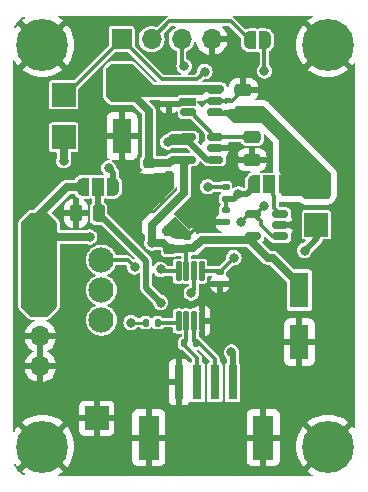
<source format=gbr>
%TF.GenerationSoftware,KiCad,Pcbnew,8.0.7*%
%TF.CreationDate,2025-03-30T15:33:26+02:00*%
%TF.ProjectId,StrainGauge,53747261-696e-4476-9175-67652e6b6963,rev?*%
%TF.SameCoordinates,Original*%
%TF.FileFunction,Copper,L1,Top*%
%TF.FilePolarity,Positive*%
%FSLAX46Y46*%
G04 Gerber Fmt 4.6, Leading zero omitted, Abs format (unit mm)*
G04 Created by KiCad (PCBNEW 8.0.7) date 2025-03-30 15:33:26*
%MOMM*%
%LPD*%
G01*
G04 APERTURE LIST*
G04 Aperture macros list*
%AMRoundRect*
0 Rectangle with rounded corners*
0 $1 Rounding radius*
0 $2 $3 $4 $5 $6 $7 $8 $9 X,Y pos of 4 corners*
0 Add a 4 corners polygon primitive as box body*
4,1,4,$2,$3,$4,$5,$6,$7,$8,$9,$2,$3,0*
0 Add four circle primitives for the rounded corners*
1,1,$1+$1,$2,$3*
1,1,$1+$1,$4,$5*
1,1,$1+$1,$6,$7*
1,1,$1+$1,$8,$9*
0 Add four rect primitives between the rounded corners*
20,1,$1+$1,$2,$3,$4,$5,0*
20,1,$1+$1,$4,$5,$6,$7,0*
20,1,$1+$1,$6,$7,$8,$9,0*
20,1,$1+$1,$8,$9,$2,$3,0*%
%AMFreePoly0*
4,1,19,0.500000,-0.750000,0.000000,-0.750000,0.000000,-0.744911,-0.071157,-0.744911,-0.207708,-0.704816,-0.327430,-0.627875,-0.420627,-0.520320,-0.479746,-0.390866,-0.500000,-0.250000,-0.500000,0.250000,-0.479746,0.390866,-0.420627,0.520320,-0.327430,0.627875,-0.207708,0.704816,-0.071157,0.744911,0.000000,0.744911,0.000000,0.750000,0.500000,0.750000,0.500000,-0.750000,0.500000,-0.750000,
$1*%
%AMFreePoly1*
4,1,19,0.000000,0.744911,0.071157,0.744911,0.207708,0.704816,0.327430,0.627875,0.420627,0.520320,0.479746,0.390866,0.500000,0.250000,0.500000,-0.250000,0.479746,-0.390866,0.420627,-0.520320,0.327430,-0.627875,0.207708,-0.704816,0.071157,-0.744911,0.000000,-0.744911,0.000000,-0.750000,-0.500000,-0.750000,-0.500000,0.750000,0.000000,0.750000,0.000000,0.744911,0.000000,0.744911,
$1*%
%AMFreePoly2*
4,1,19,0.550000,-0.750000,0.000000,-0.750000,0.000000,-0.744911,-0.071157,-0.744911,-0.207708,-0.704816,-0.327430,-0.627875,-0.420627,-0.520320,-0.479746,-0.390866,-0.500000,-0.250000,-0.500000,0.250000,-0.479746,0.390866,-0.420627,0.520320,-0.327430,0.627875,-0.207708,0.704816,-0.071157,0.744911,0.000000,0.744911,0.000000,0.750000,0.550000,0.750000,0.550000,-0.750000,0.550000,-0.750000,
$1*%
%AMFreePoly3*
4,1,19,0.000000,0.744911,0.071157,0.744911,0.207708,0.704816,0.327430,0.627875,0.420627,0.520320,0.479746,0.390866,0.500000,0.250000,0.500000,-0.250000,0.479746,-0.390866,0.420627,-0.520320,0.327430,-0.627875,0.207708,-0.704816,0.071157,-0.744911,0.000000,-0.744911,0.000000,-0.750000,-0.550000,-0.750000,-0.550000,0.750000,0.000000,0.750000,0.000000,0.744911,0.000000,0.744911,
$1*%
G04 Aperture macros list end*
%TA.AperFunction,SMDPad,CuDef*%
%ADD10RoundRect,0.140000X-0.170000X0.140000X-0.170000X-0.140000X0.170000X-0.140000X0.170000X0.140000X0*%
%TD*%
%TA.AperFunction,SMDPad,CuDef*%
%ADD11R,2.000000X2.000000*%
%TD*%
%TA.AperFunction,SMDPad,CuDef*%
%ADD12R,0.800000X2.900000*%
%TD*%
%TA.AperFunction,SMDPad,CuDef*%
%ADD13R,1.800000X3.800000*%
%TD*%
%TA.AperFunction,ComponentPad*%
%ADD14C,0.700000*%
%TD*%
%TA.AperFunction,ComponentPad*%
%ADD15C,4.400000*%
%TD*%
%TA.AperFunction,SMDPad,CuDef*%
%ADD16RoundRect,0.135000X0.135000X0.185000X-0.135000X0.185000X-0.135000X-0.185000X0.135000X-0.185000X0*%
%TD*%
%TA.AperFunction,ComponentPad*%
%ADD17R,1.700000X1.700000*%
%TD*%
%TA.AperFunction,ComponentPad*%
%ADD18O,1.700000X1.700000*%
%TD*%
%TA.AperFunction,SMDPad,CuDef*%
%ADD19RoundRect,0.150000X0.512500X0.150000X-0.512500X0.150000X-0.512500X-0.150000X0.512500X-0.150000X0*%
%TD*%
%TA.AperFunction,SMDPad,CuDef*%
%ADD20FreePoly0,0.000000*%
%TD*%
%TA.AperFunction,SMDPad,CuDef*%
%ADD21FreePoly1,0.000000*%
%TD*%
%TA.AperFunction,SMDPad,CuDef*%
%ADD22RoundRect,0.125000X0.125000X-0.687500X0.125000X0.687500X-0.125000X0.687500X-0.125000X-0.687500X0*%
%TD*%
%TA.AperFunction,ComponentPad*%
%ADD23C,2.133600*%
%TD*%
%TA.AperFunction,SMDPad,CuDef*%
%ADD24RoundRect,0.135000X-0.185000X0.135000X-0.185000X-0.135000X0.185000X-0.135000X0.185000X0.135000X0*%
%TD*%
%TA.AperFunction,SMDPad,CuDef*%
%ADD25FreePoly2,180.000000*%
%TD*%
%TA.AperFunction,SMDPad,CuDef*%
%ADD26R,1.000000X1.500000*%
%TD*%
%TA.AperFunction,SMDPad,CuDef*%
%ADD27FreePoly3,180.000000*%
%TD*%
%TA.AperFunction,SMDPad,CuDef*%
%ADD28R,1.600000X3.000000*%
%TD*%
%TA.AperFunction,SMDPad,CuDef*%
%ADD29RoundRect,0.140000X0.170000X-0.140000X0.170000X0.140000X-0.170000X0.140000X-0.170000X-0.140000X0*%
%TD*%
%TA.AperFunction,SMDPad,CuDef*%
%ADD30RoundRect,0.140000X0.140000X0.170000X-0.140000X0.170000X-0.140000X-0.170000X0.140000X-0.170000X0*%
%TD*%
%TA.AperFunction,SMDPad,CuDef*%
%ADD31RoundRect,0.250000X0.250000X0.475000X-0.250000X0.475000X-0.250000X-0.475000X0.250000X-0.475000X0*%
%TD*%
%TA.AperFunction,SMDPad,CuDef*%
%ADD32RoundRect,0.250000X-0.475000X0.250000X-0.475000X-0.250000X0.475000X-0.250000X0.475000X0.250000X0*%
%TD*%
%TA.AperFunction,SMDPad,CuDef*%
%ADD33RoundRect,0.225000X0.250000X-0.225000X0.250000X0.225000X-0.250000X0.225000X-0.250000X-0.225000X0*%
%TD*%
%TA.AperFunction,SMDPad,CuDef*%
%ADD34RoundRect,0.250000X0.475000X-0.250000X0.475000X0.250000X-0.475000X0.250000X-0.475000X-0.250000X0*%
%TD*%
%TA.AperFunction,SMDPad,CuDef*%
%ADD35RoundRect,0.225000X-0.250000X0.225000X-0.250000X-0.225000X0.250000X-0.225000X0.250000X0.225000X0*%
%TD*%
%TA.AperFunction,ViaPad*%
%ADD36C,0.800000*%
%TD*%
%TA.AperFunction,Conductor*%
%ADD37C,0.700000*%
%TD*%
%TA.AperFunction,Conductor*%
%ADD38C,0.300000*%
%TD*%
%TA.AperFunction,Conductor*%
%ADD39C,0.500000*%
%TD*%
%TA.AperFunction,Conductor*%
%ADD40C,0.250000*%
%TD*%
G04 APERTURE END LIST*
D10*
%TO.P,C8,1*%
%TO.N,/AmpRef*%
X146000000Y-114250000D03*
%TO.P,C8,2*%
%TO.N,GND*%
X146000000Y-115210000D03*
%TD*%
D11*
%TO.P,TP3,1,1*%
%TO.N,+2V5*%
X132800000Y-102800000D03*
%TD*%
%TO.P,TP2,1,1*%
%TO.N,GND*%
X135600000Y-126600000D03*
%TD*%
D12*
%TO.P,J2,1,1*%
%TO.N,GND*%
X142600000Y-123550000D03*
%TO.P,J2,2,2*%
%TO.N,/Vout-*%
X144100000Y-123550000D03*
%TO.P,J2,3,3*%
%TO.N,/Vout+*%
X145600000Y-123550000D03*
%TO.P,J2,4,4*%
%TO.N,/Vbdg+*%
X147100000Y-123550000D03*
D13*
%TO.P,J2,MP1,MP1*%
%TO.N,GND*%
X140000000Y-128250000D03*
%TO.P,J2,MP2,MP2*%
X149700000Y-128250000D03*
%TD*%
D14*
%TO.P,H3,1,1*%
%TO.N,GND*%
X153516726Y-129000000D03*
X154000000Y-127833274D03*
X154000000Y-130166726D03*
X155166726Y-127350000D03*
D15*
X155166726Y-129000000D03*
D14*
X155166726Y-130650000D03*
X156333452Y-127833274D03*
X156333452Y-130166726D03*
X156816726Y-129000000D03*
%TD*%
D16*
%TO.P,R1,1*%
%TO.N,/Rg+*%
X140759999Y-118500000D03*
%TO.P,R1,2*%
%TO.N,/Rseries*%
X139740001Y-118500000D03*
%TD*%
D17*
%TO.P,J3,1,Pin_1*%
%TO.N,+BATT*%
X130825000Y-114580000D03*
D18*
%TO.P,J3,2,Pin_2*%
X130825000Y-117120000D03*
%TO.P,J3,3,Pin_3*%
%TO.N,GND*%
X130825000Y-119660000D03*
%TO.P,J3,4,Pin_4*%
X130825000Y-122200000D03*
%TD*%
D19*
%TO.P,U2,1,Vbias*%
%TO.N,/Vbias*%
X145637500Y-100699999D03*
%TO.P,U2,2,GND*%
%TO.N,GND*%
X145637500Y-99750000D03*
%TO.P,U2,3,EN*%
%TO.N,+BATT*%
X145637500Y-98800001D03*
%TO.P,U2,4,IN*%
X143362500Y-98800001D03*
%TO.P,U2,5,Vref*%
%TO.N,Net-(U2-Vref)*%
X143362500Y-100699999D03*
%TD*%
D10*
%TO.P,C10,1*%
%TO.N,+BATT*%
X141750000Y-105000000D03*
%TO.P,C10,2*%
%TO.N,GND*%
X141750000Y-105960000D03*
%TD*%
D14*
%TO.P,H1,1,1*%
%TO.N,GND*%
X129350000Y-95000000D03*
X129833274Y-93833274D03*
X129833274Y-96166726D03*
X131000000Y-93350000D03*
D15*
X131000000Y-95000000D03*
D14*
X131000000Y-96650000D03*
X132166726Y-93833274D03*
X132166726Y-96166726D03*
X132650000Y-95000000D03*
%TD*%
D20*
%TO.P,JP3,1,A*%
%TO.N,/AREF*%
X148550000Y-94600000D03*
D21*
%TO.P,JP3,2,B*%
%TO.N,/AmpRef*%
X149850000Y-94600000D03*
%TD*%
D11*
%TO.P,TP5,1,1*%
%TO.N,/AmpOffset*%
X154200000Y-110200000D03*
%TD*%
D22*
%TO.P,U1,1,Rg*%
%TO.N,/Rg+*%
X142525000Y-118362500D03*
%TO.P,U1,2,-*%
%TO.N,/Vout-*%
X143175000Y-118362500D03*
%TO.P,U1,3,+*%
%TO.N,/Vout+*%
X143825000Y-118362500D03*
%TO.P,U1,4,V-*%
%TO.N,GND*%
X144475000Y-118362500D03*
%TO.P,U1,5,Ref*%
%TO.N,/AmpRef*%
X144475000Y-114137500D03*
%TO.P,U1,6*%
%TO.N,/ADC*%
X143825000Y-114137500D03*
%TO.P,U1,7,V+*%
%TO.N,+BATT*%
X143175000Y-114137500D03*
%TO.P,U1,8,Rg*%
%TO.N,/Rg-*%
X142525000Y-114137500D03*
%TD*%
D23*
%TO.P,RV1,1,1*%
%TO.N,/Rseries*%
X136000000Y-118290000D03*
%TO.P,RV1,2,2*%
X136000000Y-115750000D03*
%TO.P,RV1,3,3*%
%TO.N,/Rg-*%
X136000000Y-113210001D03*
%TD*%
D24*
%TO.P,R2,1*%
%TO.N,VCC*%
X146500000Y-106990001D03*
%TO.P,R2,2*%
%TO.N,/AmpOffset*%
X146500000Y-108009999D03*
%TD*%
D25*
%TO.P,JP1,1,A*%
%TO.N,/Vbias*%
X151500000Y-106800000D03*
D26*
%TO.P,JP1,2,C*%
%TO.N,Net-(JP1-C)*%
X150200000Y-106800000D03*
D27*
%TO.P,JP1,3,B*%
%TO.N,/AmpOffset*%
X148900000Y-106800000D03*
%TD*%
D11*
%TO.P,TP1,1,1*%
%TO.N,VCC*%
X132800000Y-99200000D03*
%TD*%
D28*
%TO.P,C6,1*%
%TO.N,+BATT*%
X152750000Y-115750000D03*
%TO.P,C6,2*%
%TO.N,GND*%
X152750000Y-120150000D03*
%TD*%
D29*
%TO.P,C5,1*%
%TO.N,+BATT*%
X143250000Y-112210000D03*
%TO.P,C5,2*%
%TO.N,GND*%
X143250000Y-111250000D03*
%TD*%
D30*
%TO.P,C7,1*%
%TO.N,/Vout+*%
X143980000Y-120250000D03*
%TO.P,C7,2*%
%TO.N,/Vout-*%
X143020000Y-120250000D03*
%TD*%
D31*
%TO.P,C11,1*%
%TO.N,/Vbdg+*%
X135750000Y-109250000D03*
%TO.P,C11,2*%
%TO.N,GND*%
X133850002Y-109250000D03*
%TD*%
D14*
%TO.P,H4,1,1*%
%TO.N,GND*%
X129350000Y-129000000D03*
X129833274Y-127833274D03*
X129833274Y-130166726D03*
X131000000Y-127350000D03*
D15*
X131000000Y-129000000D03*
D14*
X131000000Y-130650000D03*
X132166726Y-127833274D03*
X132166726Y-130166726D03*
X132650000Y-129000000D03*
%TD*%
D11*
%TO.P,TP6,1,1*%
%TO.N,+BATT*%
X130800000Y-111000000D03*
%TD*%
D19*
%TO.P,U3,1*%
%TO.N,+2V5*%
X145637500Y-104699999D03*
%TO.P,U3,2,V-*%
%TO.N,GND*%
X145637500Y-103750000D03*
%TO.P,U3,3,+*%
%TO.N,Net-(U2-Vref)*%
X145637500Y-102800001D03*
%TO.P,U3,4,-*%
%TO.N,+2V5*%
X143362500Y-102800001D03*
%TO.P,U3,5,V+*%
%TO.N,+BATT*%
X143362500Y-104699999D03*
%TD*%
%TO.P,U4,1*%
%TO.N,/AmpRef*%
X151137500Y-111199999D03*
%TO.P,U4,2,V-*%
%TO.N,GND*%
X151137500Y-110250000D03*
%TO.P,U4,3,+*%
%TO.N,Net-(JP1-C)*%
X151137500Y-109300001D03*
%TO.P,U4,4,-*%
%TO.N,/AmpRef*%
X148862500Y-109300001D03*
%TO.P,U4,5,V+*%
%TO.N,+BATT*%
X148862500Y-111199999D03*
%TD*%
D32*
%TO.P,C3,1*%
%TO.N,Net-(U2-Vref)*%
X148750000Y-102800001D03*
%TO.P,C3,2*%
%TO.N,GND*%
X148750000Y-104699999D03*
%TD*%
D28*
%TO.P,C1,1*%
%TO.N,+BATT*%
X137750000Y-98300000D03*
%TO.P,C1,2*%
%TO.N,GND*%
X137750000Y-102700000D03*
%TD*%
D11*
%TO.P,TP4,1,1*%
%TO.N,/Vbias*%
X154200000Y-106800000D03*
%TD*%
D24*
%TO.P,R3,1*%
%TO.N,/AmpOffset*%
X146500000Y-108990001D03*
%TO.P,R3,2*%
%TO.N,GND*%
X146500000Y-110009999D03*
%TD*%
D33*
%TO.P,C4,1*%
%TO.N,+BATT*%
X141750000Y-112275000D03*
%TO.P,C4,2*%
%TO.N,GND*%
X141750000Y-110725000D03*
%TD*%
D25*
%TO.P,JP2,1,A*%
%TO.N,+2V5*%
X137000000Y-107000000D03*
D26*
%TO.P,JP2,2,C*%
%TO.N,/Vbdg+*%
X135700000Y-107000000D03*
D27*
%TO.P,JP2,3,B*%
%TO.N,+BATT*%
X134400000Y-107000000D03*
%TD*%
D34*
%TO.P,C2,1*%
%TO.N,/Vbias*%
X148000000Y-100699999D03*
%TO.P,C2,2*%
%TO.N,GND*%
X148000000Y-98800001D03*
%TD*%
D35*
%TO.P,C9,1*%
%TO.N,+BATT*%
X140000000Y-104975000D03*
%TO.P,C9,2*%
%TO.N,GND*%
X140000000Y-106525000D03*
%TD*%
D10*
%TO.P,C12,1*%
%TO.N,+BATT*%
X141750000Y-99020000D03*
%TO.P,C12,2*%
%TO.N,GND*%
X141750000Y-99980000D03*
%TD*%
D14*
%TO.P,H2,1,1*%
%TO.N,GND*%
X153516726Y-95000000D03*
X154000000Y-93833274D03*
X154000000Y-96166726D03*
X155166726Y-93350000D03*
D15*
X155166726Y-95000000D03*
D14*
X155166726Y-96650000D03*
X156333452Y-93833274D03*
X156333452Y-96166726D03*
X156816726Y-95000000D03*
%TD*%
D17*
%TO.P,J1,1,Pin_1*%
%TO.N,VCC*%
X137700000Y-94500000D03*
D18*
%TO.P,J1,2,Pin_2*%
%TO.N,/AREF*%
X140240000Y-94500000D03*
%TO.P,J1,3,Pin_3*%
%TO.N,/ADC*%
X142779999Y-94500000D03*
%TO.P,J1,4,Pin_4*%
%TO.N,GND*%
X145320000Y-94500000D03*
%TD*%
D36*
%TO.N,/Vbdg+*%
X147000000Y-121000000D03*
%TO.N,VCC*%
X145000000Y-107000000D03*
X144750000Y-97250000D03*
%TO.N,GND*%
X152200000Y-110250000D03*
X138800000Y-108200000D03*
X135000000Y-95000000D03*
X147600000Y-118200000D03*
X144200000Y-110000000D03*
X141400000Y-101400000D03*
X153200000Y-99000000D03*
X146800000Y-116800000D03*
X153200000Y-101800000D03*
X131000000Y-105400000D03*
X152400000Y-97600000D03*
X147600000Y-96800000D03*
X152400000Y-100400000D03*
X149600000Y-115000000D03*
X151600000Y-99000000D03*
X147000000Y-119600000D03*
X146000000Y-118200000D03*
X145600000Y-112600000D03*
X141000000Y-108000000D03*
X147200000Y-105600000D03*
%TO.N,/AmpRef*%
X149800000Y-97200000D03*
X149800000Y-108600000D03*
X147800000Y-110000000D03*
X147200000Y-113000000D03*
%TO.N,+2V5*%
X132800000Y-104800000D03*
X141600000Y-103200000D03*
X136600000Y-105400000D03*
%TO.N,/ADC*%
X143000000Y-96800000D03*
X143600000Y-116000000D03*
%TO.N,/Vbdg+*%
X141000000Y-116800000D03*
%TO.N,/AmpOffset*%
X153200000Y-112400000D03*
X147600000Y-107600000D03*
%TO.N,/Rseries*%
X138500000Y-118500000D03*
%TO.N,/Rg-*%
X141000000Y-114000000D03*
X138800000Y-113800000D03*
%TO.N,+BATT*%
X135000000Y-111250000D03*
X140250000Y-111750000D03*
%TD*%
D37*
%TO.N,+BATT*%
X149031250Y-111968750D02*
X150062499Y-113000000D01*
X148562499Y-111500000D02*
X149031250Y-111968750D01*
X149031250Y-111968750D02*
X148862500Y-111800000D01*
X148862500Y-111800000D02*
X148862500Y-111199999D01*
D38*
%TO.N,/Vout+*%
X143980000Y-120250000D02*
X144250000Y-120250000D01*
X144250000Y-120250000D02*
X145600000Y-121600000D01*
X145600000Y-121600000D02*
X145600000Y-123550000D01*
D39*
%TO.N,/Vbdg+*%
X147100000Y-123550000D02*
X147100000Y-121100000D01*
X147100000Y-121100000D02*
X147000000Y-121000000D01*
D37*
%TO.N,+BATT*%
X130800000Y-111000000D02*
X130800000Y-109300000D01*
X130800000Y-109300000D02*
X133100000Y-107000000D01*
X133100000Y-107000000D02*
X134400000Y-107000000D01*
X131000000Y-110000000D02*
X132250000Y-111250000D01*
X132250000Y-111250000D02*
X135000000Y-111250000D01*
D38*
%TO.N,/AmpRef*%
X147200000Y-113050000D02*
X146000000Y-114250000D01*
X147200000Y-113000000D02*
X147200000Y-113050000D01*
D40*
%TO.N,GND*%
X146500000Y-110009999D02*
X144209999Y-110009999D01*
X144209999Y-110009999D02*
X144200000Y-110000000D01*
D38*
%TO.N,VCC*%
X137700000Y-94500000D02*
X141100000Y-97900000D01*
X144100000Y-97900000D02*
X144750000Y-97250000D01*
X145000000Y-107000000D02*
X146490001Y-107000000D01*
X133000000Y-99200000D02*
X132800000Y-99200000D01*
X141100000Y-97900000D02*
X144100000Y-97900000D01*
X137700000Y-94500000D02*
X133000000Y-99200000D01*
X146490001Y-107000000D02*
X146500000Y-106990001D01*
%TO.N,GND*%
X152200000Y-110250000D02*
X151137500Y-110250000D01*
D39*
X138800000Y-105750000D02*
X138800000Y-108200000D01*
D38*
X141750000Y-101050000D02*
X141400000Y-101400000D01*
X147050001Y-99750000D02*
X145637500Y-99750000D01*
X140000000Y-106525000D02*
X140000000Y-107000000D01*
X144200000Y-110300000D02*
X143250000Y-111250000D01*
X144200000Y-110000000D02*
X144200000Y-110300000D01*
X146750000Y-103750000D02*
X147699999Y-104699999D01*
D39*
X137750000Y-104700000D02*
X138800000Y-105750000D01*
X137750000Y-102700000D02*
X137750000Y-104700000D01*
D38*
X145637500Y-103750000D02*
X146750000Y-103750000D01*
X148000000Y-98800001D02*
X147050001Y-99750000D01*
X141750000Y-99980000D02*
X141750000Y-101050000D01*
X141750000Y-107250000D02*
X141000000Y-108000000D01*
X147699999Y-104699999D02*
X148750000Y-104699999D01*
X140000000Y-107000000D02*
X141000000Y-108000000D01*
X141750000Y-105960000D02*
X141750000Y-107250000D01*
%TO.N,Net-(U2-Vref)*%
X145637500Y-102800001D02*
X143537498Y-100699999D01*
X148250000Y-102800001D02*
X145637500Y-102800001D01*
X143537498Y-100699999D02*
X143362500Y-100699999D01*
%TO.N,/Vout-*%
X143175000Y-120095000D02*
X143020000Y-120250000D01*
X143020000Y-120250000D02*
X143020000Y-120420000D01*
X144100000Y-121500000D02*
X144100000Y-123550000D01*
X143175000Y-118362500D02*
X143175000Y-120095000D01*
X143020000Y-120420000D02*
X144100000Y-121500000D01*
%TO.N,/Vout+*%
X143825000Y-120095000D02*
X143980000Y-120250000D01*
D39*
X145600000Y-123500000D02*
X145650000Y-123550000D01*
D38*
X143825000Y-118362500D02*
X143825000Y-120095000D01*
%TO.N,/AmpRef*%
X149099999Y-109300001D02*
X149800000Y-108600000D01*
X148499999Y-109300001D02*
X147800000Y-110000000D01*
X148862500Y-109300001D02*
X148499999Y-109300001D01*
X145887500Y-114137500D02*
X146000000Y-114250000D01*
X144475000Y-114137500D02*
X145887500Y-114137500D01*
X149500000Y-109937501D02*
X148862500Y-109300001D01*
X151137500Y-111199999D02*
X150449999Y-111199999D01*
X149800000Y-94650000D02*
X149850000Y-94600000D01*
X150449999Y-111199999D02*
X149500000Y-110250000D01*
X149800000Y-97200000D02*
X149800000Y-94650000D01*
X149500000Y-110250000D02*
X149500000Y-109937501D01*
X148862500Y-109300001D02*
X149099999Y-109300001D01*
D39*
%TO.N,+2V5*%
X136600000Y-105400000D02*
X137000000Y-105800000D01*
X137000000Y-105800000D02*
X137000000Y-107000000D01*
X141600000Y-103200000D02*
X143448395Y-103200000D01*
D37*
X132800000Y-104800000D02*
X132800000Y-102800000D01*
D39*
X143362500Y-102800001D02*
X141999999Y-102800001D01*
X143448395Y-103200000D02*
X144948394Y-104699999D01*
X141999999Y-102800001D02*
X141600000Y-103200000D01*
X144948394Y-104699999D02*
X145637500Y-104699999D01*
D38*
%TO.N,/AREF*%
X141740000Y-93000000D02*
X140240000Y-94500000D01*
X146950000Y-93000000D02*
X141740000Y-93000000D01*
X148550000Y-94600000D02*
X146950000Y-93000000D01*
%TO.N,/ADC*%
X143600000Y-116000000D02*
X143825000Y-115775000D01*
X142779999Y-96579999D02*
X143000000Y-96800000D01*
X142779999Y-94500000D02*
X142779999Y-96579999D01*
X143825000Y-115775000D02*
X143825000Y-114137500D01*
D39*
%TO.N,/Vbdg+*%
X135750000Y-109250000D02*
X136550000Y-110050000D01*
X139800000Y-113300000D02*
X139800000Y-113800000D01*
X136550000Y-110050000D02*
X139800000Y-113300000D01*
X135700000Y-109200000D02*
X135700000Y-107000000D01*
X136550000Y-110050000D02*
X135700000Y-109200000D01*
X139800000Y-113800000D02*
X139800000Y-115600000D01*
X139800000Y-115600000D02*
X141000000Y-116800000D01*
X135700000Y-109200000D02*
X135750000Y-109250000D01*
D38*
%TO.N,Net-(JP1-C)*%
X151137500Y-109300001D02*
X150600000Y-108762501D01*
X150600000Y-108762501D02*
X150600000Y-107772758D01*
X150545000Y-107717758D02*
X150545000Y-107145000D01*
X150600000Y-107772758D02*
X150545000Y-107717758D01*
X150545000Y-107145000D02*
X150200000Y-106800000D01*
%TO.N,/AmpOffset*%
X146500000Y-108009999D02*
X146500000Y-108990001D01*
D39*
X154250000Y-111350000D02*
X153200000Y-112400000D01*
X147600000Y-107600000D02*
X148350000Y-107600000D01*
X148350000Y-107600000D02*
X148900000Y-107050000D01*
X154250000Y-110250000D02*
X154200000Y-110200000D01*
X147190001Y-108009999D02*
X146500000Y-108009999D01*
X154250000Y-111350000D02*
X154250000Y-110250000D01*
X147600000Y-107600000D02*
X147190001Y-108009999D01*
X148900000Y-107050000D02*
X148900000Y-106800000D01*
D38*
%TO.N,/Rg+*%
X140759999Y-118500000D02*
X142387500Y-118500000D01*
X142387500Y-118500000D02*
X142525000Y-118362500D01*
%TO.N,/Rseries*%
X136210000Y-118500000D02*
X136000000Y-118290000D01*
D40*
X139740001Y-118500000D02*
X138500000Y-118500000D01*
D38*
%TO.N,/Rg-*%
X142525000Y-114137500D02*
X141137500Y-114137500D01*
X141137500Y-114137500D02*
X141000000Y-114000000D01*
X138210001Y-113210001D02*
X136000000Y-113210001D01*
X138800000Y-113800000D02*
X138210001Y-113210001D01*
D37*
%TO.N,+BATT*%
X143000000Y-105062499D02*
X143362500Y-104699999D01*
X140250000Y-110250000D02*
X143000000Y-107500000D01*
X143000000Y-107500000D02*
X143000000Y-105062499D01*
D38*
X143175000Y-112285000D02*
X143250000Y-112210000D01*
D37*
X143250000Y-112210000D02*
X143790000Y-112210000D01*
X144500000Y-111500000D02*
X148562499Y-111500000D01*
X140025000Y-105000000D02*
X140000000Y-104975000D01*
X150500000Y-113000000D02*
X152750000Y-115250000D01*
X143362500Y-104699999D02*
X142050001Y-104699999D01*
X141225000Y-111750000D02*
X141750000Y-112275000D01*
X150062499Y-113000000D02*
X150500000Y-113000000D01*
X140000000Y-104975000D02*
X140000000Y-100550000D01*
X142050001Y-104699999D02*
X141750000Y-105000000D01*
X140250000Y-111750000D02*
X141225000Y-111750000D01*
X143185000Y-112275000D02*
X143250000Y-112210000D01*
X140000000Y-100550000D02*
X137750000Y-98300000D01*
X141750000Y-112275000D02*
X143185000Y-112275000D01*
X152750000Y-115250000D02*
X152750000Y-115750000D01*
X140250000Y-111750000D02*
X140250000Y-110250000D01*
D38*
X143175000Y-114137500D02*
X143175000Y-112285000D01*
D37*
X141750000Y-105000000D02*
X140025000Y-105000000D01*
X143790000Y-112210000D02*
X144500000Y-111500000D01*
%TD*%
%TA.AperFunction,Conductor*%
%TO.N,GND*%
G36*
X146500000Y-100001245D02*
G01*
X146410398Y-99948255D01*
X146410397Y-99948254D01*
X146410396Y-99948254D01*
X146410393Y-99948253D01*
X146252573Y-99902401D01*
X146252567Y-99902400D01*
X146215701Y-99899499D01*
X146215694Y-99899499D01*
X145059306Y-99899499D01*
X145059298Y-99899499D01*
X145022432Y-99902400D01*
X145022426Y-99902401D01*
X144864606Y-99948253D01*
X144864603Y-99948254D01*
X144723137Y-100031916D01*
X144723129Y-100031922D01*
X144606923Y-100148128D01*
X144606914Y-100148139D01*
X144606729Y-100148454D01*
X144606519Y-100148649D01*
X144602139Y-100154297D01*
X144601227Y-100153590D01*
X144555657Y-100196135D01*
X144486915Y-100208636D01*
X144422327Y-100181987D01*
X144398143Y-100154077D01*
X144397861Y-100154297D01*
X144393823Y-100149091D01*
X144393271Y-100148454D01*
X144393085Y-100148139D01*
X144393076Y-100148128D01*
X144276870Y-100031922D01*
X144276862Y-100031916D01*
X144135396Y-99948254D01*
X144128235Y-99945155D01*
X144128865Y-99943697D01*
X144077620Y-99910970D01*
X144048413Y-99847498D01*
X144058159Y-99778311D01*
X144103763Y-99725377D01*
X144170746Y-99705501D01*
X144171100Y-99705500D01*
X144548640Y-99705500D01*
X144558786Y-99704955D01*
X144602678Y-99702603D01*
X144602686Y-99702602D01*
X144602688Y-99702602D01*
X144602689Y-99702602D01*
X144609682Y-99701849D01*
X144629036Y-99699769D01*
X144629046Y-99699767D01*
X144629049Y-99699767D01*
X144638648Y-99698211D01*
X144682448Y-99691114D01*
X144817257Y-99640832D01*
X144868852Y-99612658D01*
X144875138Y-99609922D01*
X144878578Y-99607348D01*
X144878580Y-99607347D01*
X144878581Y-99607347D01*
X144878667Y-99607281D01*
X144944129Y-99582864D01*
X144987573Y-99587471D01*
X145022431Y-99597599D01*
X145059306Y-99600501D01*
X145059314Y-99600501D01*
X146215686Y-99600501D01*
X146215694Y-99600501D01*
X146252569Y-99597599D01*
X146252571Y-99597598D01*
X146252573Y-99597598D01*
X146303287Y-99582864D01*
X146410398Y-99551745D01*
X146497894Y-99500000D01*
X146500000Y-99500000D01*
X146500000Y-100001245D01*
G37*
%TD.AperFunction*%
%TD*%
%TA.AperFunction,Conductor*%
%TO.N,/Vbias*%
G36*
X149815677Y-100219685D02*
G01*
X149836319Y-100236319D01*
X155363681Y-105763681D01*
X155397166Y-105825004D01*
X155400000Y-105851362D01*
X155400000Y-107748638D01*
X155380315Y-107815677D01*
X155363681Y-107836319D01*
X155236319Y-107963681D01*
X155174996Y-107997166D01*
X155148638Y-108000000D01*
X153251362Y-108000000D01*
X153184323Y-107980315D01*
X153163681Y-107963681D01*
X153000000Y-107800000D01*
X151370427Y-107800000D01*
X151303388Y-107780315D01*
X151257633Y-107727511D01*
X151248810Y-107700192D01*
X151225502Y-107583018D01*
X151225500Y-107583011D01*
X151209939Y-107545445D01*
X151200499Y-107497990D01*
X151200499Y-106002129D01*
X151200498Y-106002123D01*
X151194091Y-105942516D01*
X151143797Y-105807671D01*
X151143793Y-105807664D01*
X151057547Y-105692455D01*
X151057546Y-105692454D01*
X151049685Y-105686569D01*
X151007816Y-105630633D01*
X151000000Y-105587305D01*
X151000000Y-103000000D01*
X149600000Y-101600000D01*
X147251362Y-101600000D01*
X147184323Y-101580315D01*
X147163681Y-101563681D01*
X146600000Y-101000000D01*
X145124000Y-101000000D01*
X145056961Y-100980315D01*
X145011206Y-100927511D01*
X145000000Y-100876000D01*
X145000000Y-100674500D01*
X145019685Y-100607461D01*
X145072489Y-100561706D01*
X145124000Y-100550500D01*
X146215686Y-100550500D01*
X146215694Y-100550500D01*
X146252569Y-100547598D01*
X146252571Y-100547597D01*
X146252573Y-100547597D01*
X146393946Y-100506524D01*
X146428541Y-100501600D01*
X146571941Y-100501600D01*
X146595696Y-100494624D01*
X146709992Y-100461064D01*
X146773601Y-100420185D01*
X146840641Y-100400500D01*
X147114072Y-100400500D01*
X147198616Y-100383682D01*
X147239745Y-100375501D01*
X147358128Y-100326465D01*
X147464670Y-100255277D01*
X147464675Y-100255272D01*
X147483629Y-100236319D01*
X147544952Y-100202834D01*
X147571310Y-100200000D01*
X149748638Y-100200000D01*
X149815677Y-100219685D01*
G37*
%TD.AperFunction*%
%TD*%
%TA.AperFunction,Conductor*%
%TO.N,+BATT*%
G36*
X131415677Y-109219685D02*
G01*
X131436319Y-109236319D01*
X132163681Y-109963681D01*
X132197166Y-110025004D01*
X132200000Y-110051362D01*
X132200000Y-117148638D01*
X132180315Y-117215677D01*
X132163681Y-117236319D01*
X131436319Y-117963681D01*
X131374996Y-117997166D01*
X131348638Y-118000000D01*
X130051362Y-118000000D01*
X129984323Y-117980315D01*
X129963681Y-117963681D01*
X129236319Y-117236319D01*
X129202834Y-117174996D01*
X129200000Y-117148638D01*
X129200000Y-110051362D01*
X129219685Y-109984323D01*
X129236319Y-109963681D01*
X129963681Y-109236319D01*
X130025004Y-109202834D01*
X130051362Y-109200000D01*
X131348638Y-109200000D01*
X131415677Y-109219685D01*
G37*
%TD.AperFunction*%
%TD*%
%TA.AperFunction,Conductor*%
%TO.N,+BATT*%
G36*
X138615677Y-96619685D02*
G01*
X138636319Y-96636319D01*
X140400000Y-98400000D01*
X146148638Y-98400000D01*
X146215677Y-98419685D01*
X146236319Y-98436319D01*
X146363681Y-98563681D01*
X146397166Y-98625004D01*
X146400000Y-98651362D01*
X146400000Y-98748638D01*
X146380315Y-98815677D01*
X146363681Y-98836319D01*
X146236319Y-98963681D01*
X146174996Y-98997166D01*
X146148638Y-99000000D01*
X144799999Y-99000000D01*
X144636319Y-99163681D01*
X144574996Y-99197166D01*
X144548638Y-99200000D01*
X142599999Y-99200000D01*
X142436319Y-99363681D01*
X142374996Y-99397166D01*
X142348638Y-99400000D01*
X139399999Y-99400000D01*
X139036319Y-99763681D01*
X138974996Y-99797166D01*
X138948638Y-99800000D01*
X136851362Y-99800000D01*
X136784323Y-99780315D01*
X136763681Y-99763681D01*
X136436319Y-99436319D01*
X136402834Y-99374996D01*
X136400000Y-99348638D01*
X136400000Y-97051362D01*
X136419685Y-96984323D01*
X136436319Y-96963681D01*
X136763681Y-96636319D01*
X136825004Y-96602834D01*
X136851362Y-96600000D01*
X138548638Y-96600000D01*
X138615677Y-96619685D01*
G37*
%TD.AperFunction*%
%TD*%
%TA.AperFunction,Conductor*%
%TO.N,GND*%
G36*
X143600000Y-110800000D02*
G01*
X143600000Y-111197211D01*
X143474030Y-111323181D01*
X143412707Y-111356666D01*
X143386349Y-111359500D01*
X143166228Y-111359500D01*
X143001925Y-111392182D01*
X143001913Y-111392185D01*
X142956586Y-111410960D01*
X142956584Y-111410962D01*
X142946688Y-111415060D01*
X142899236Y-111424500D01*
X142403043Y-111424500D01*
X142337946Y-111406038D01*
X142315487Y-111392185D01*
X142308701Y-111387999D01*
X142308698Y-111387997D01*
X142308697Y-111387997D01*
X142308694Y-111387996D01*
X142147709Y-111334651D01*
X142048335Y-111324498D01*
X142047454Y-111324454D01*
X142047271Y-111324390D01*
X142045204Y-111324179D01*
X142045254Y-111323684D01*
X141981503Y-111301383D01*
X141966090Y-111288302D01*
X141767162Y-111089373D01*
X141767161Y-111089372D01*
X141767160Y-111089371D01*
X141627866Y-110996297D01*
X141627863Y-110996296D01*
X141518416Y-110950962D01*
X141518414Y-110950961D01*
X141473086Y-110932185D01*
X141473074Y-110932182D01*
X141308771Y-110899500D01*
X141308767Y-110899500D01*
X141224500Y-110899500D01*
X141157461Y-110879815D01*
X141111706Y-110827011D01*
X141100500Y-110775500D01*
X141100500Y-110653650D01*
X141120185Y-110586611D01*
X141136819Y-110565969D01*
X142251394Y-109451394D01*
X143600000Y-110800000D01*
G37*
%TD.AperFunction*%
%TA.AperFunction,Conductor*%
G36*
X139589375Y-109707834D02*
G01*
X139589372Y-109707838D01*
X139496299Y-109847130D01*
X139496292Y-109847143D01*
X139450962Y-109956583D01*
X139432185Y-110001913D01*
X139432182Y-110001925D01*
X139400000Y-110163714D01*
X139400000Y-109800000D01*
X140000000Y-109200000D01*
X140097211Y-109200000D01*
X139589375Y-109707834D01*
G37*
%TD.AperFunction*%
%TD*%
%TA.AperFunction,Conductor*%
%TO.N,GND*%
G36*
X139441294Y-105861998D02*
G01*
X139441297Y-105861999D01*
X139441303Y-105862003D01*
X139602292Y-105915349D01*
X139701655Y-105925500D01*
X140298344Y-105925499D01*
X140298352Y-105925498D01*
X140298355Y-105925498D01*
X140352760Y-105919940D01*
X140397708Y-105915349D01*
X140558697Y-105862003D01*
X140558698Y-105862001D01*
X140565552Y-105859731D01*
X140565802Y-105860487D01*
X140610855Y-105850500D01*
X141833768Y-105850500D01*
X141833768Y-105850499D01*
X141998082Y-105817816D01*
X141998082Y-105817815D01*
X142001309Y-105817174D01*
X142070900Y-105823401D01*
X142126078Y-105866264D01*
X142149322Y-105932154D01*
X142149500Y-105938791D01*
X142149500Y-107096349D01*
X142129815Y-107163388D01*
X142113181Y-107184030D01*
X140297211Y-109000000D01*
X138200000Y-109000000D01*
X138200000Y-105800000D01*
X139340781Y-105800000D01*
X139441294Y-105861998D01*
G37*
%TD.AperFunction*%
%TD*%
%TA.AperFunction,Conductor*%
%TO.N,GND*%
G36*
X141580313Y-92522174D02*
G01*
X141601987Y-92574500D01*
X141580313Y-92626826D01*
X141564987Y-92638586D01*
X141494086Y-92679520D01*
X140716507Y-93457098D01*
X140664181Y-93478772D01*
X140637450Y-93473775D01*
X140542459Y-93436977D01*
X140542458Y-93436976D01*
X140542456Y-93436976D01*
X140454407Y-93420516D01*
X140341979Y-93399500D01*
X140341976Y-93399500D01*
X140138024Y-93399500D01*
X140138020Y-93399500D01*
X139988116Y-93427522D01*
X139937544Y-93436976D01*
X139937542Y-93436976D01*
X139937540Y-93436977D01*
X139829655Y-93478772D01*
X139747363Y-93510652D01*
X139747358Y-93510654D01*
X139747358Y-93510655D01*
X139573958Y-93618019D01*
X139573957Y-93618019D01*
X139423235Y-93755420D01*
X139423234Y-93755421D01*
X139300329Y-93918174D01*
X139300328Y-93918177D01*
X139209418Y-94100750D01*
X139209416Y-94100755D01*
X139153602Y-94296917D01*
X139153601Y-94296923D01*
X139134785Y-94499996D01*
X139134785Y-94500000D01*
X139153601Y-94703076D01*
X139153602Y-94703082D01*
X139205749Y-94886356D01*
X139209418Y-94899250D01*
X139300327Y-95081821D01*
X139300328Y-95081822D01*
X139300329Y-95081825D01*
X139423234Y-95244578D01*
X139423235Y-95244579D01*
X139542776Y-95353554D01*
X139573959Y-95381981D01*
X139747363Y-95489348D01*
X139937544Y-95563024D01*
X140138024Y-95600500D01*
X140138026Y-95600500D01*
X140341974Y-95600500D01*
X140341976Y-95600500D01*
X140542456Y-95563024D01*
X140732637Y-95489348D01*
X140906041Y-95381981D01*
X141056764Y-95244579D01*
X141179673Y-95081821D01*
X141270582Y-94899250D01*
X141326397Y-94703083D01*
X141339116Y-94565826D01*
X141345215Y-94500000D01*
X141345215Y-94499996D01*
X141326398Y-94296923D01*
X141326397Y-94296917D01*
X141270583Y-94100753D01*
X141269869Y-94098910D01*
X141269883Y-94098292D01*
X141269646Y-94097459D01*
X141269904Y-94097385D01*
X141271173Y-94042288D01*
X141286541Y-94019850D01*
X141884219Y-93422174D01*
X141936545Y-93400500D01*
X142205181Y-93400500D01*
X142257507Y-93422174D01*
X142279181Y-93474500D01*
X142257507Y-93526826D01*
X142244138Y-93537414D01*
X142226318Y-93548449D01*
X142113957Y-93618019D01*
X142113956Y-93618019D01*
X141963234Y-93755420D01*
X141963233Y-93755421D01*
X141840328Y-93918174D01*
X141840327Y-93918177D01*
X141749417Y-94100750D01*
X141749415Y-94100755D01*
X141693601Y-94296917D01*
X141693600Y-94296923D01*
X141674784Y-94499996D01*
X141674784Y-94500000D01*
X141693600Y-94703076D01*
X141693601Y-94703082D01*
X141745748Y-94886356D01*
X141749417Y-94899250D01*
X141840326Y-95081821D01*
X141840327Y-95081822D01*
X141840328Y-95081825D01*
X141963233Y-95244578D01*
X141963234Y-95244579D01*
X142082775Y-95353554D01*
X142113958Y-95381981D01*
X142287362Y-95489348D01*
X142332230Y-95506729D01*
X142373193Y-95545840D01*
X142379499Y-95575732D01*
X142379499Y-96588128D01*
X142374690Y-96614369D01*
X142363762Y-96643182D01*
X142344722Y-96799996D01*
X142344722Y-96800003D01*
X142363761Y-96956808D01*
X142363764Y-96956822D01*
X142419778Y-97104521D01*
X142503710Y-97226117D01*
X142509517Y-97234530D01*
X142627760Y-97339283D01*
X142644466Y-97348051D01*
X142667188Y-97359977D01*
X142703448Y-97403486D01*
X142698321Y-97459890D01*
X142654812Y-97496150D01*
X142632798Y-97499500D01*
X141296545Y-97499500D01*
X141244219Y-97477826D01*
X138822174Y-95055781D01*
X138800500Y-95003455D01*
X138800500Y-93625327D01*
X138799714Y-93621374D01*
X138785966Y-93552260D01*
X138730601Y-93469399D01*
X138721654Y-93463421D01*
X138647740Y-93414034D01*
X138574674Y-93399500D01*
X136825326Y-93399500D01*
X136776615Y-93409189D01*
X136752259Y-93414034D01*
X136669399Y-93469398D01*
X136669398Y-93469399D01*
X136614034Y-93552259D01*
X136614034Y-93552260D01*
X136600954Y-93618019D01*
X136599500Y-93625327D01*
X136599500Y-95003455D01*
X136577826Y-95055781D01*
X133705781Y-97927826D01*
X133653455Y-97949500D01*
X131775326Y-97949500D01*
X131734183Y-97957684D01*
X131702259Y-97964034D01*
X131619399Y-98019398D01*
X131619398Y-98019399D01*
X131564034Y-98102259D01*
X131564034Y-98102260D01*
X131549500Y-98175326D01*
X131549500Y-100224674D01*
X131558558Y-100270211D01*
X131564034Y-100297740D01*
X131616455Y-100376196D01*
X131619399Y-100380601D01*
X131702260Y-100435966D01*
X131775326Y-100450500D01*
X131775328Y-100450500D01*
X133824672Y-100450500D01*
X133824674Y-100450500D01*
X133897740Y-100435966D01*
X133980601Y-100380601D01*
X134035966Y-100297740D01*
X134050500Y-100224674D01*
X134050500Y-98746544D01*
X134072174Y-98694218D01*
X137144218Y-95622174D01*
X137196544Y-95600500D01*
X138203455Y-95600500D01*
X138255781Y-95622174D01*
X140651781Y-98018174D01*
X140673455Y-98070500D01*
X140651781Y-98122826D01*
X140599455Y-98144500D01*
X140536484Y-98144500D01*
X140484158Y-98122826D01*
X138816976Y-96455644D01*
X138796648Y-96437386D01*
X138796635Y-96437374D01*
X138775993Y-96420740D01*
X138775991Y-96420739D01*
X138775990Y-96420738D01*
X138687661Y-96374534D01*
X138620627Y-96354850D01*
X138620619Y-96354849D01*
X138548642Y-96344500D01*
X138548638Y-96344500D01*
X136851362Y-96344500D01*
X136851344Y-96344500D01*
X136824059Y-96345963D01*
X136824039Y-96345964D01*
X136797688Y-96348798D01*
X136702564Y-96378583D01*
X136702550Y-96378589D01*
X136641237Y-96412068D01*
X136583012Y-96455655D01*
X136255644Y-96783023D01*
X136237386Y-96803351D01*
X136237380Y-96803357D01*
X136237374Y-96803365D01*
X136227619Y-96815470D01*
X136220738Y-96824009D01*
X136174534Y-96912338D01*
X136154850Y-96979372D01*
X136154849Y-96979380D01*
X136144500Y-97051357D01*
X136144500Y-99348655D01*
X136145963Y-99375940D01*
X136145964Y-99375960D01*
X136148798Y-99402311D01*
X136178583Y-99497435D01*
X136178589Y-99497449D01*
X136212068Y-99558762D01*
X136212072Y-99558767D01*
X136255653Y-99616985D01*
X136255655Y-99616987D01*
X136583023Y-99944355D01*
X136596381Y-99956353D01*
X136603365Y-99962626D01*
X136624007Y-99979260D01*
X136624009Y-99979261D01*
X136712338Y-100025465D01*
X136779372Y-100045149D01*
X136779374Y-100045149D01*
X136779377Y-100045150D01*
X136851362Y-100055500D01*
X138625612Y-100055500D01*
X138677938Y-100077174D01*
X139377826Y-100777061D01*
X139399500Y-100829387D01*
X139399500Y-104400128D01*
X139384740Y-104444474D01*
X139328371Y-104519773D01*
X139280588Y-104647884D01*
X139280588Y-104647887D01*
X139274500Y-104704513D01*
X139274500Y-105245484D01*
X139274501Y-105245485D01*
X139280588Y-105302114D01*
X139328371Y-105430225D01*
X139328372Y-105430226D01*
X139410313Y-105539687D01*
X139410316Y-105539689D01*
X139414056Y-105543429D01*
X139412889Y-105544595D01*
X139438613Y-105587938D01*
X139424612Y-105642817D01*
X139404216Y-105661459D01*
X139297269Y-105727425D01*
X139224694Y-105800000D01*
X138200000Y-105800000D01*
X138200000Y-109000000D01*
X140350000Y-109000000D01*
X142399500Y-106950500D01*
X142399500Y-107220612D01*
X142377826Y-107272938D01*
X140450763Y-109200000D01*
X140000000Y-109200000D01*
X139400000Y-109800000D01*
X139400000Y-110800000D01*
X139649500Y-111049500D01*
X139649500Y-111485390D01*
X139644691Y-111511630D01*
X139613764Y-111593177D01*
X139613761Y-111593191D01*
X139594722Y-111749996D01*
X139594722Y-111750003D01*
X139613761Y-111906808D01*
X139613764Y-111906822D01*
X139669778Y-112054521D01*
X139759516Y-112184529D01*
X139759517Y-112184530D01*
X139877760Y-112289283D01*
X140017635Y-112362696D01*
X140171015Y-112400500D01*
X140171019Y-112400500D01*
X140328981Y-112400500D01*
X140328985Y-112400500D01*
X140482365Y-112362696D01*
X140489449Y-112358978D01*
X140523841Y-112350500D01*
X140945613Y-112350500D01*
X140997939Y-112372174D01*
X141002826Y-112377061D01*
X141024500Y-112429386D01*
X141024500Y-112545485D01*
X141024501Y-112545486D01*
X141030588Y-112602114D01*
X141078371Y-112730225D01*
X141078372Y-112730226D01*
X141160313Y-112839687D01*
X141269774Y-112921628D01*
X141269773Y-112921628D01*
X141317108Y-112939283D01*
X141397886Y-112969412D01*
X141454515Y-112975500D01*
X142045484Y-112975499D01*
X142102114Y-112969412D01*
X142230226Y-112921628D01*
X142272129Y-112890259D01*
X142316475Y-112875500D01*
X142700500Y-112875500D01*
X142752826Y-112897174D01*
X142774500Y-112949500D01*
X142774500Y-113001884D01*
X142752826Y-113054210D01*
X142700500Y-113075884D01*
X142689834Y-113075111D01*
X142685648Y-113074501D01*
X142685639Y-113074500D01*
X142685636Y-113074500D01*
X142364364Y-113074500D01*
X142364359Y-113074500D01*
X142291374Y-113085134D01*
X142291373Y-113085134D01*
X142178789Y-113140173D01*
X142090173Y-113228789D01*
X142035134Y-113341373D01*
X142035134Y-113341374D01*
X142024500Y-113414359D01*
X142024500Y-113663000D01*
X142002826Y-113715326D01*
X141950500Y-113737000D01*
X141646748Y-113737000D01*
X141594422Y-113715326D01*
X141581224Y-113697390D01*
X141580219Y-113695476D01*
X141557297Y-113662268D01*
X141490483Y-113565470D01*
X141372240Y-113460717D01*
X141332055Y-113439626D01*
X141232366Y-113387304D01*
X141078987Y-113349500D01*
X141078985Y-113349500D01*
X140921015Y-113349500D01*
X140921012Y-113349500D01*
X140767633Y-113387304D01*
X140627761Y-113460716D01*
X140509516Y-113565470D01*
X140435401Y-113672845D01*
X140387839Y-113703596D01*
X140332463Y-113691709D01*
X140301712Y-113644147D01*
X140300500Y-113630808D01*
X140300500Y-113234109D01*
X140300500Y-113234108D01*
X140299881Y-113231799D01*
X140299883Y-113231783D01*
X140299877Y-113231785D01*
X140299877Y-113231784D01*
X140266392Y-113106814D01*
X140200500Y-112992686D01*
X136857314Y-109649500D01*
X136522173Y-109314359D01*
X136500499Y-109262033D01*
X136500499Y-108727126D01*
X136495353Y-108679261D01*
X136494091Y-108667517D01*
X136494089Y-108667512D01*
X136443797Y-108532670D01*
X136443796Y-108532669D01*
X136437511Y-108524274D01*
X136357546Y-108417454D01*
X136242331Y-108331204D01*
X136242328Y-108331203D01*
X136239036Y-108329405D01*
X136203498Y-108285305D01*
X136200500Y-108264456D01*
X136200500Y-108066038D01*
X136222174Y-108013712D01*
X136260062Y-107993460D01*
X136297740Y-107985966D01*
X136297740Y-107985965D01*
X136304889Y-107984544D01*
X136305269Y-107986455D01*
X136344713Y-107986452D01*
X136345076Y-107984629D01*
X136352223Y-107986050D01*
X136352224Y-107986051D01*
X136450000Y-108005500D01*
X136450002Y-108005500D01*
X137071883Y-108005500D01*
X137071889Y-108005500D01*
X137143871Y-107995151D01*
X137281826Y-107954644D01*
X137347977Y-107924434D01*
X137434676Y-107868716D01*
X137468928Y-107846704D01*
X137468928Y-107846703D01*
X137468931Y-107846702D01*
X137523893Y-107799077D01*
X137618047Y-107690416D01*
X137657363Y-107629239D01*
X137717091Y-107498454D01*
X137737579Y-107428677D01*
X137758041Y-107286362D01*
X137758041Y-107213639D01*
X137756253Y-107201201D01*
X137755500Y-107190671D01*
X137755500Y-106809327D01*
X137756253Y-106798796D01*
X137758040Y-106786365D01*
X137758041Y-106786361D01*
X137758041Y-106713638D01*
X137737579Y-106571323D01*
X137717091Y-106501546D01*
X137657363Y-106370761D01*
X137657359Y-106370754D01*
X137618049Y-106309586D01*
X137523894Y-106200924D01*
X137522174Y-106199204D01*
X137500500Y-106146878D01*
X137500500Y-105734108D01*
X137496819Y-105720373D01*
X137496818Y-105720369D01*
X137485214Y-105677061D01*
X137466392Y-105606814D01*
X137455128Y-105587305D01*
X137400500Y-105492686D01*
X137307314Y-105399500D01*
X137266073Y-105358259D01*
X137244939Y-105314854D01*
X137236237Y-105243182D01*
X137236236Y-105243180D01*
X137236236Y-105243178D01*
X137180220Y-105095477D01*
X137090483Y-104965470D01*
X137080717Y-104956818D01*
X136972240Y-104860717D01*
X136931859Y-104839523D01*
X136895599Y-104796015D01*
X136900726Y-104739610D01*
X136944234Y-104703350D01*
X136966249Y-104700000D01*
X137500000Y-104700000D01*
X138000000Y-104700000D01*
X138597829Y-104700000D01*
X138657375Y-104693597D01*
X138657380Y-104693596D01*
X138792087Y-104643354D01*
X138792088Y-104643353D01*
X138907188Y-104557188D01*
X138993353Y-104442088D01*
X138993354Y-104442087D01*
X139043596Y-104307380D01*
X139043597Y-104307375D01*
X139050000Y-104247828D01*
X139050000Y-102950000D01*
X138000000Y-102950000D01*
X138000000Y-104700000D01*
X137500000Y-104700000D01*
X137500000Y-102950000D01*
X136450000Y-102950000D01*
X136450000Y-104247828D01*
X136456402Y-104307375D01*
X136456403Y-104307380D01*
X136506645Y-104442087D01*
X136506646Y-104442088D01*
X136592811Y-104557188D01*
X136671719Y-104616260D01*
X136700619Y-104664970D01*
X136686612Y-104719847D01*
X136637902Y-104748747D01*
X136627372Y-104749500D01*
X136521012Y-104749500D01*
X136367633Y-104787304D01*
X136227761Y-104860716D01*
X136109516Y-104965470D01*
X136019779Y-105095478D01*
X136019778Y-105095478D01*
X135963764Y-105243177D01*
X135963761Y-105243191D01*
X135944722Y-105399996D01*
X135944722Y-105400003D01*
X135963761Y-105556808D01*
X135963764Y-105556822D01*
X136019778Y-105704521D01*
X136096351Y-105815456D01*
X136109517Y-105834530D01*
X136121040Y-105844738D01*
X136149679Y-105870110D01*
X136174473Y-105921032D01*
X136155998Y-105974571D01*
X136105076Y-105999365D01*
X136100608Y-105999500D01*
X135175326Y-105999500D01*
X135102260Y-106014034D01*
X135102259Y-106014034D01*
X135095112Y-106015456D01*
X135094732Y-106013548D01*
X135055286Y-106013547D01*
X135054924Y-106015371D01*
X135047776Y-106013949D01*
X134950000Y-105994500D01*
X134328111Y-105994500D01*
X134328106Y-105994500D01*
X134256133Y-106004848D01*
X134256130Y-106004848D01*
X134256129Y-106004849D01*
X134233883Y-106011381D01*
X134118170Y-106045357D01*
X134052024Y-106075565D01*
X134052016Y-106075569D01*
X133931071Y-106153295D01*
X133876108Y-106200921D01*
X133876105Y-106200924D01*
X133781953Y-106309584D01*
X133746013Y-106365508D01*
X133699490Y-106397809D01*
X133683760Y-106399500D01*
X133020940Y-106399500D01*
X132868218Y-106440421D01*
X132868213Y-106440423D01*
X132833065Y-106460717D01*
X132731283Y-106519480D01*
X130327938Y-108922826D01*
X130275612Y-108944500D01*
X130051344Y-108944500D01*
X130024059Y-108945963D01*
X130024039Y-108945964D01*
X129997688Y-108948798D01*
X129902564Y-108978583D01*
X129902550Y-108978589D01*
X129841237Y-109012068D01*
X129783012Y-109055655D01*
X129055644Y-109783023D01*
X129037386Y-109803351D01*
X129037380Y-109803357D01*
X129037374Y-109803365D01*
X129026579Y-109816760D01*
X129020738Y-109824009D01*
X128974534Y-109912338D01*
X128954850Y-109979372D01*
X128954849Y-109979380D01*
X128944500Y-110051357D01*
X128944500Y-117148655D01*
X128945963Y-117175940D01*
X128945964Y-117175960D01*
X128948798Y-117202311D01*
X128978583Y-117297435D01*
X128978589Y-117297449D01*
X129012068Y-117358762D01*
X129012072Y-117358767D01*
X129055653Y-117416985D01*
X129055655Y-117416987D01*
X129783023Y-118144355D01*
X129789308Y-118150000D01*
X129803365Y-118162626D01*
X129824007Y-118179260D01*
X129824009Y-118179261D01*
X129912338Y-118225465D01*
X129979372Y-118245149D01*
X129979374Y-118245149D01*
X129979377Y-118245150D01*
X130051362Y-118255500D01*
X130051368Y-118255500D01*
X130308795Y-118255500D01*
X130361121Y-118277174D01*
X130382795Y-118329500D01*
X130361121Y-118381826D01*
X130340069Y-118396567D01*
X130147421Y-118486401D01*
X129953921Y-118621890D01*
X129786890Y-118788921D01*
X129651401Y-118982421D01*
X129551567Y-119196512D01*
X129494363Y-119409999D01*
X129494364Y-119410000D01*
X130391988Y-119410000D01*
X130359075Y-119467007D01*
X130325000Y-119594174D01*
X130325000Y-119725826D01*
X130359075Y-119852993D01*
X130391988Y-119910000D01*
X129494363Y-119910000D01*
X129551566Y-120123483D01*
X129551571Y-120123494D01*
X129651401Y-120337579D01*
X129786888Y-120531075D01*
X129953924Y-120698111D01*
X130147420Y-120833599D01*
X130210326Y-120862933D01*
X130248589Y-120904691D01*
X130246119Y-120961274D01*
X130210327Y-120997066D01*
X130147423Y-121026399D01*
X129953921Y-121161890D01*
X129786890Y-121328921D01*
X129651401Y-121522421D01*
X129551567Y-121736512D01*
X129494363Y-121949999D01*
X129494364Y-121950000D01*
X130391988Y-121950000D01*
X130359075Y-122007007D01*
X130325000Y-122134174D01*
X130325000Y-122265826D01*
X130359075Y-122392993D01*
X130391988Y-122450000D01*
X129494363Y-122450000D01*
X129551566Y-122663483D01*
X129551571Y-122663494D01*
X129651401Y-122877579D01*
X129786888Y-123071075D01*
X129953924Y-123238111D01*
X130147420Y-123373598D01*
X130361505Y-123473428D01*
X130361508Y-123473430D01*
X130575000Y-123530634D01*
X130575000Y-122633012D01*
X130632007Y-122665925D01*
X130759174Y-122700000D01*
X130890826Y-122700000D01*
X131017993Y-122665925D01*
X131075000Y-122633012D01*
X131075000Y-123530634D01*
X131288491Y-123473430D01*
X131288494Y-123473428D01*
X131502579Y-123373598D01*
X131696075Y-123238111D01*
X131863111Y-123071075D01*
X131998598Y-122877579D01*
X132098428Y-122663494D01*
X132098433Y-122663483D01*
X132155636Y-122450000D01*
X131258012Y-122450000D01*
X131290925Y-122392993D01*
X131325000Y-122265826D01*
X131325000Y-122134174D01*
X131303027Y-122052171D01*
X141700000Y-122052171D01*
X141700000Y-123300000D01*
X142350000Y-123300000D01*
X142350000Y-121600000D01*
X142152171Y-121600000D01*
X142092624Y-121606402D01*
X142092619Y-121606403D01*
X141957912Y-121656645D01*
X141957911Y-121656646D01*
X141842811Y-121742811D01*
X141756646Y-121857911D01*
X141756645Y-121857912D01*
X141706403Y-121992619D01*
X141706402Y-121992624D01*
X141700000Y-122052171D01*
X131303027Y-122052171D01*
X131290925Y-122007007D01*
X131258012Y-121950000D01*
X132155636Y-121950000D01*
X132155636Y-121949999D01*
X132098432Y-121736512D01*
X131998598Y-121522421D01*
X131863109Y-121328921D01*
X131696075Y-121161888D01*
X131696076Y-121161888D01*
X131502579Y-121026401D01*
X131439673Y-120997067D01*
X131401410Y-120955309D01*
X131403880Y-120898726D01*
X131439673Y-120862933D01*
X131502579Y-120833598D01*
X131696075Y-120698111D01*
X131863111Y-120531075D01*
X131998598Y-120337579D01*
X132098428Y-120123494D01*
X132098433Y-120123483D01*
X132155636Y-119910000D01*
X131258012Y-119910000D01*
X131290925Y-119852993D01*
X131325000Y-119725826D01*
X131325000Y-119594174D01*
X131290925Y-119467007D01*
X131258012Y-119410000D01*
X132155636Y-119410000D01*
X132155636Y-119409999D01*
X132098432Y-119196512D01*
X131998598Y-118982421D01*
X131863109Y-118788921D01*
X131696075Y-118621888D01*
X131696076Y-118621888D01*
X131502579Y-118486401D01*
X131309931Y-118396567D01*
X131271668Y-118354809D01*
X131274138Y-118298226D01*
X131315896Y-118259963D01*
X131341205Y-118255500D01*
X131348620Y-118255500D01*
X131348638Y-118255500D01*
X131375952Y-118254036D01*
X131402310Y-118251202D01*
X131484504Y-118225465D01*
X131497435Y-118221416D01*
X131497436Y-118221415D01*
X131497444Y-118221413D01*
X131530282Y-118203482D01*
X131558762Y-118187931D01*
X131558763Y-118187930D01*
X131558767Y-118187928D01*
X131616985Y-118144347D01*
X132344347Y-117416985D01*
X132362626Y-117396635D01*
X132379260Y-117375993D01*
X132425465Y-117287662D01*
X132445150Y-117220623D01*
X132455500Y-117148638D01*
X132455500Y-111924500D01*
X132477174Y-111872174D01*
X132529500Y-111850500D01*
X134726159Y-111850500D01*
X134760551Y-111858978D01*
X134767634Y-111862696D01*
X134842189Y-111881071D01*
X134921015Y-111900500D01*
X134921019Y-111900500D01*
X135078981Y-111900500D01*
X135078985Y-111900500D01*
X135232365Y-111862696D01*
X135372240Y-111789283D01*
X135490483Y-111684530D01*
X135580220Y-111554523D01*
X135636237Y-111406818D01*
X135655278Y-111250000D01*
X135652646Y-111228326D01*
X135636238Y-111093191D01*
X135636237Y-111093182D01*
X135607907Y-111018481D01*
X135580221Y-110945478D01*
X135490483Y-110815470D01*
X135474777Y-110801556D01*
X135372240Y-110710717D01*
X135358158Y-110703326D01*
X135232366Y-110637304D01*
X135078987Y-110599500D01*
X135078985Y-110599500D01*
X134921015Y-110599500D01*
X134921012Y-110599500D01*
X134767634Y-110637303D01*
X134760551Y-110641022D01*
X134726159Y-110649500D01*
X132529500Y-110649500D01*
X132477174Y-110627826D01*
X132455500Y-110575500D01*
X132455500Y-110051379D01*
X132455499Y-110051357D01*
X132454036Y-110024048D01*
X132451202Y-109997690D01*
X132433979Y-109942686D01*
X132421416Y-109902564D01*
X132421410Y-109902550D01*
X132387931Y-109841237D01*
X132381378Y-109832483D01*
X132344347Y-109783015D01*
X132336308Y-109774976D01*
X132850003Y-109774976D01*
X132860496Y-109877696D01*
X132915644Y-110044121D01*
X133007685Y-110193343D01*
X133007688Y-110193347D01*
X133131655Y-110317314D01*
X133131658Y-110317316D01*
X133280880Y-110409357D01*
X133447304Y-110464505D01*
X133550027Y-110474999D01*
X133550028Y-110474999D01*
X134100002Y-110474999D01*
X134149973Y-110474999D01*
X134149978Y-110474998D01*
X134252698Y-110464505D01*
X134419123Y-110409357D01*
X134568345Y-110317316D01*
X134568349Y-110317314D01*
X134692316Y-110193347D01*
X134692318Y-110193343D01*
X134784359Y-110044121D01*
X134839507Y-109877697D01*
X134850001Y-109774975D01*
X134850002Y-109774973D01*
X134850002Y-109500000D01*
X134100002Y-109500000D01*
X134100002Y-110474999D01*
X133550028Y-110474999D01*
X133600001Y-110474998D01*
X133600002Y-110474998D01*
X133600002Y-109500000D01*
X132850003Y-109500000D01*
X132850003Y-109774976D01*
X132336308Y-109774976D01*
X131807609Y-109246277D01*
X131785935Y-109193951D01*
X131807609Y-109141625D01*
X132224211Y-108725024D01*
X132850002Y-108725024D01*
X132850002Y-109000000D01*
X133600002Y-109000000D01*
X133600002Y-108025000D01*
X133600001Y-108024999D01*
X133550030Y-108025000D01*
X133550024Y-108025001D01*
X133447305Y-108035494D01*
X133280880Y-108090642D01*
X133131658Y-108182683D01*
X133007685Y-108306656D01*
X132915644Y-108455878D01*
X132860496Y-108622302D01*
X132850002Y-108725024D01*
X132224211Y-108725024D01*
X132552289Y-108396946D01*
X133327061Y-107622174D01*
X133379387Y-107600500D01*
X133683760Y-107600500D01*
X133736086Y-107622174D01*
X133746012Y-107634491D01*
X133781953Y-107690416D01*
X133845263Y-107763481D01*
X133876105Y-107799075D01*
X133876108Y-107799078D01*
X133931071Y-107846704D01*
X134052016Y-107924430D01*
X134052019Y-107924431D01*
X134052023Y-107924434D01*
X134054989Y-107925788D01*
X134057050Y-107926730D01*
X134095642Y-107968184D01*
X134094707Y-107994348D01*
X134100002Y-107994348D01*
X134100002Y-109000000D01*
X134850001Y-109000000D01*
X134850001Y-108725029D01*
X134850000Y-108725023D01*
X134839507Y-108622303D01*
X134784359Y-108455878D01*
X134692318Y-108306656D01*
X134692316Y-108306653D01*
X134568349Y-108182686D01*
X134568345Y-108182683D01*
X134503171Y-108142483D01*
X134470014Y-108096566D01*
X134479036Y-108040652D01*
X134524953Y-108007495D01*
X134542019Y-108005500D01*
X134949998Y-108005500D01*
X134950000Y-108005500D01*
X135047776Y-107986051D01*
X135047776Y-107986050D01*
X135054924Y-107984629D01*
X135055287Y-107986455D01*
X135094731Y-107986452D01*
X135095111Y-107984544D01*
X135102259Y-107985965D01*
X135102260Y-107985966D01*
X135139936Y-107993460D01*
X135187029Y-108024925D01*
X135199500Y-108066038D01*
X135199500Y-108337707D01*
X135177826Y-108390033D01*
X135169848Y-108396946D01*
X135142454Y-108417453D01*
X135056203Y-108532669D01*
X135056202Y-108532670D01*
X135005910Y-108667512D01*
X135005909Y-108667517D01*
X134999500Y-108727126D01*
X134999500Y-109772873D01*
X135005909Y-109832485D01*
X135056202Y-109967329D01*
X135056203Y-109967330D01*
X135065224Y-109979380D01*
X135142454Y-110082546D01*
X135241674Y-110156822D01*
X135257669Y-110168796D01*
X135257670Y-110168797D01*
X135368605Y-110210172D01*
X135392517Y-110219091D01*
X135452127Y-110225500D01*
X135987033Y-110225499D01*
X136039359Y-110247173D01*
X138815360Y-113023174D01*
X138837034Y-113075500D01*
X138815360Y-113127826D01*
X138763034Y-113149500D01*
X138746545Y-113149500D01*
X138694219Y-113127826D01*
X138578943Y-113012550D01*
X138455914Y-112889521D01*
X138455911Y-112889519D01*
X138455910Y-112889518D01*
X138364593Y-112836796D01*
X138364589Y-112836794D01*
X138356136Y-112834529D01*
X138262728Y-112809501D01*
X138262727Y-112809501D01*
X137313238Y-112809501D01*
X137260912Y-112787827D01*
X137244979Y-112760300D01*
X137243689Y-112760770D01*
X137242590Y-112757753D01*
X137242586Y-112757737D01*
X137145173Y-112548835D01*
X137012965Y-112360022D01*
X136849979Y-112197036D01*
X136661166Y-112064828D01*
X136452264Y-111967415D01*
X136452260Y-111967414D01*
X136452256Y-111967412D01*
X136229625Y-111907758D01*
X136229617Y-111907757D01*
X136000005Y-111887669D01*
X135999995Y-111887669D01*
X135770382Y-111907757D01*
X135770374Y-111907758D01*
X135547743Y-111967412D01*
X135547736Y-111967414D01*
X135547736Y-111967415D01*
X135338834Y-112064828D01*
X135338833Y-112064829D01*
X135150020Y-112197036D01*
X134987035Y-112360021D01*
X134916528Y-112460716D01*
X134854827Y-112548835D01*
X134786446Y-112695478D01*
X134757416Y-112757733D01*
X134757411Y-112757744D01*
X134697757Y-112980375D01*
X134697756Y-112980383D01*
X134677668Y-113209995D01*
X134677668Y-113210006D01*
X134697756Y-113439618D01*
X134697757Y-113439626D01*
X134757411Y-113662257D01*
X134757413Y-113662261D01*
X134757414Y-113662265D01*
X134854827Y-113871167D01*
X134987035Y-114059980D01*
X135150021Y-114222966D01*
X135338834Y-114355174D01*
X135462701Y-114412934D01*
X135500963Y-114454691D01*
X135498493Y-114511274D01*
X135462700Y-114547067D01*
X135338833Y-114604827D01*
X135150020Y-114737035D01*
X134987035Y-114900020D01*
X134945038Y-114959999D01*
X134854827Y-115088834D01*
X134768895Y-115273115D01*
X134757416Y-115297732D01*
X134757411Y-115297743D01*
X134697757Y-115520374D01*
X134697756Y-115520382D01*
X134677668Y-115749994D01*
X134677668Y-115750005D01*
X134697756Y-115979617D01*
X134697757Y-115979625D01*
X134757411Y-116202256D01*
X134757413Y-116202260D01*
X134757414Y-116202264D01*
X134854827Y-116411166D01*
X134987035Y-116599979D01*
X135150021Y-116762965D01*
X135338834Y-116895173D01*
X135462701Y-116952933D01*
X135500964Y-116994691D01*
X135498494Y-117051274D01*
X135462701Y-117087066D01*
X135338834Y-117144827D01*
X135282228Y-117184462D01*
X135150020Y-117277035D01*
X134987035Y-117440020D01*
X134954864Y-117485966D01*
X134854827Y-117628834D01*
X134849917Y-117639364D01*
X134757416Y-117837732D01*
X134757411Y-117837743D01*
X134697757Y-118060374D01*
X134697756Y-118060382D01*
X134677668Y-118289994D01*
X134677668Y-118290005D01*
X134697756Y-118519617D01*
X134697757Y-118519625D01*
X134757411Y-118742256D01*
X134757413Y-118742260D01*
X134757414Y-118742264D01*
X134854827Y-118951166D01*
X134987035Y-119139979D01*
X135150021Y-119302965D01*
X135338834Y-119435173D01*
X135547736Y-119532586D01*
X135547742Y-119532587D01*
X135547743Y-119532588D01*
X135770374Y-119592242D01*
X135770376Y-119592242D01*
X135770379Y-119592243D01*
X135856486Y-119599776D01*
X135999995Y-119612332D01*
X136000000Y-119612332D01*
X136000005Y-119612332D01*
X136127567Y-119601171D01*
X136229621Y-119592243D01*
X136452264Y-119532586D01*
X136661166Y-119435173D01*
X136849979Y-119302965D01*
X137012965Y-119139979D01*
X137145173Y-118951166D01*
X137242586Y-118742264D01*
X137302243Y-118519621D01*
X137303960Y-118499996D01*
X137844722Y-118499996D01*
X137844722Y-118500003D01*
X137863761Y-118656808D01*
X137863764Y-118656822D01*
X137919778Y-118804521D01*
X137990591Y-118907111D01*
X138009517Y-118934530D01*
X138127760Y-119039283D01*
X138267635Y-119112696D01*
X138421015Y-119150500D01*
X138421019Y-119150500D01*
X138578981Y-119150500D01*
X138578985Y-119150500D01*
X138732365Y-119112696D01*
X138872240Y-119039283D01*
X138990483Y-118934530D01*
X139009166Y-118907462D01*
X139056727Y-118876712D01*
X139070066Y-118875500D01*
X139222838Y-118875500D01*
X139275164Y-118897174D01*
X139282629Y-118907633D01*
X139283361Y-118907111D01*
X139286924Y-118912101D01*
X139286925Y-118912102D01*
X139377899Y-119003076D01*
X139493483Y-119059582D01*
X139568419Y-119070500D01*
X139568425Y-119070500D01*
X139911577Y-119070500D01*
X139911583Y-119070500D01*
X139986519Y-119059582D01*
X140102103Y-119003076D01*
X140193077Y-118912102D01*
X140193077Y-118912101D01*
X140197413Y-118907766D01*
X140200000Y-118910353D01*
X140237778Y-118886742D01*
X140292965Y-118899476D01*
X140301921Y-118908432D01*
X140302587Y-118907766D01*
X140306923Y-118912102D01*
X140397897Y-119003076D01*
X140513481Y-119059582D01*
X140588417Y-119070500D01*
X140588423Y-119070500D01*
X140931575Y-119070500D01*
X140931581Y-119070500D01*
X141006517Y-119059582D01*
X141122101Y-119003076D01*
X141203003Y-118922174D01*
X141255329Y-118900500D01*
X141950500Y-118900500D01*
X142002826Y-118922174D01*
X142024500Y-118974500D01*
X142024500Y-119085640D01*
X142035134Y-119158625D01*
X142035134Y-119158626D01*
X142090173Y-119271210D01*
X142090174Y-119271211D01*
X142178789Y-119359826D01*
X142291375Y-119414866D01*
X142364364Y-119425500D01*
X142364370Y-119425500D01*
X142685630Y-119425500D01*
X142685636Y-119425500D01*
X142689826Y-119424889D01*
X142744729Y-119438787D01*
X142773726Y-119487439D01*
X142774500Y-119498115D01*
X142774500Y-119650139D01*
X142752826Y-119702465D01*
X142734096Y-119716073D01*
X142647608Y-119760141D01*
X142560142Y-119847607D01*
X142503982Y-119957827D01*
X142503982Y-119957829D01*
X142489500Y-120049263D01*
X142489500Y-120450734D01*
X142503983Y-120542175D01*
X142503983Y-120542177D01*
X142515852Y-120565470D01*
X142560141Y-120652391D01*
X142647609Y-120739859D01*
X142757825Y-120796017D01*
X142819388Y-120805767D01*
X142860137Y-120826530D01*
X143677826Y-121644218D01*
X143699500Y-121696544D01*
X143699500Y-121783961D01*
X143677826Y-121836287D01*
X143639938Y-121856539D01*
X143602260Y-121864034D01*
X143554644Y-121895849D01*
X143499095Y-121906897D01*
X143452003Y-121875430D01*
X143444197Y-121860175D01*
X143443352Y-121857909D01*
X143357188Y-121742811D01*
X143242088Y-121656646D01*
X143242087Y-121656645D01*
X143107380Y-121606403D01*
X143107375Y-121606402D01*
X143047829Y-121600000D01*
X142850000Y-121600000D01*
X142850000Y-125500000D01*
X143047829Y-125500000D01*
X143107375Y-125493597D01*
X143107380Y-125493596D01*
X143242087Y-125443354D01*
X143242088Y-125443353D01*
X143357188Y-125357188D01*
X143443352Y-125242090D01*
X143444196Y-125239827D01*
X143445145Y-125238807D01*
X143445889Y-125237445D01*
X143446236Y-125237634D01*
X143482785Y-125198371D01*
X143539386Y-125196343D01*
X143554643Y-125204150D01*
X143602260Y-125235966D01*
X143675326Y-125250500D01*
X143675328Y-125250500D01*
X144524672Y-125250500D01*
X144524674Y-125250500D01*
X144597740Y-125235966D01*
X144680601Y-125180601D01*
X144735966Y-125097740D01*
X144750500Y-125024674D01*
X144750500Y-122075326D01*
X144735966Y-122002260D01*
X144680601Y-121919399D01*
X144645355Y-121895849D01*
X144597740Y-121864034D01*
X144560062Y-121856539D01*
X144512971Y-121825072D01*
X144500500Y-121783961D01*
X144500500Y-121558698D01*
X144500501Y-121558685D01*
X144500501Y-121447271D01*
X144500500Y-121447270D01*
X144500003Y-121445417D01*
X144494249Y-121423942D01*
X144473209Y-121345418D01*
X144473205Y-121345408D01*
X144472373Y-121343968D01*
X144472369Y-121343962D01*
X144449598Y-121304521D01*
X144420480Y-121254087D01*
X144345913Y-121179520D01*
X144343334Y-121176941D01*
X144343323Y-121176931D01*
X144103078Y-120936686D01*
X144081404Y-120884360D01*
X144103078Y-120832034D01*
X144147925Y-120811362D01*
X144147861Y-120810954D01*
X144149309Y-120810724D01*
X144149608Y-120810587D01*
X144150725Y-120810499D01*
X144150734Y-120810499D01*
X144194098Y-120803630D01*
X144249169Y-120816851D01*
X144258000Y-120824393D01*
X145167330Y-121733723D01*
X145189004Y-121786049D01*
X145167330Y-121838375D01*
X145129442Y-121858627D01*
X145102259Y-121864034D01*
X145019399Y-121919398D01*
X145019398Y-121919399D01*
X144964034Y-122002259D01*
X144964034Y-122002260D01*
X144949500Y-122075326D01*
X144949500Y-125024674D01*
X144964034Y-125097740D01*
X145019399Y-125180601D01*
X145102260Y-125235966D01*
X145175326Y-125250500D01*
X145175328Y-125250500D01*
X146024672Y-125250500D01*
X146024674Y-125250500D01*
X146097740Y-125235966D01*
X146180601Y-125180601D01*
X146235966Y-125097740D01*
X146250500Y-125024674D01*
X146250500Y-122075326D01*
X146235966Y-122002260D01*
X146180601Y-121919399D01*
X146145355Y-121895849D01*
X146097740Y-121864034D01*
X146060062Y-121856539D01*
X146012971Y-121825072D01*
X146000500Y-121783961D01*
X146000500Y-121547271D01*
X146000499Y-121547270D01*
X145999377Y-121543084D01*
X145973207Y-121445413D01*
X145920480Y-121354087D01*
X145845913Y-121279520D01*
X145566389Y-120999996D01*
X146344722Y-120999996D01*
X146344722Y-121000003D01*
X146363761Y-121156808D01*
X146363764Y-121156822D01*
X146419778Y-121304521D01*
X146509516Y-121434529D01*
X146574571Y-121492162D01*
X146599365Y-121543084D01*
X146599500Y-121547552D01*
X146599500Y-121826323D01*
X146577826Y-121878649D01*
X146566612Y-121887852D01*
X146519399Y-121919398D01*
X146519398Y-121919399D01*
X146464034Y-122002259D01*
X146464034Y-122002260D01*
X146449500Y-122075326D01*
X146449500Y-125024674D01*
X146464034Y-125097740D01*
X146519399Y-125180601D01*
X146602260Y-125235966D01*
X146675326Y-125250500D01*
X146675328Y-125250500D01*
X147524672Y-125250500D01*
X147524674Y-125250500D01*
X147597740Y-125235966D01*
X147680601Y-125180601D01*
X147735966Y-125097740D01*
X147750500Y-125024674D01*
X147750500Y-122075326D01*
X147735966Y-122002260D01*
X147680601Y-121919399D01*
X147680600Y-121919398D01*
X147633388Y-121887852D01*
X147601922Y-121840760D01*
X147600500Y-121826323D01*
X147600500Y-121697828D01*
X151450000Y-121697828D01*
X151456402Y-121757375D01*
X151456403Y-121757380D01*
X151506645Y-121892087D01*
X151506646Y-121892088D01*
X151592811Y-122007188D01*
X151707911Y-122093353D01*
X151707912Y-122093354D01*
X151842619Y-122143596D01*
X151842624Y-122143597D01*
X151902171Y-122150000D01*
X152500000Y-122150000D01*
X153000000Y-122150000D01*
X153597829Y-122150000D01*
X153657375Y-122143597D01*
X153657380Y-122143596D01*
X153792087Y-122093354D01*
X153792088Y-122093353D01*
X153907188Y-122007188D01*
X153993353Y-121892088D01*
X153993354Y-121892087D01*
X154043596Y-121757380D01*
X154043597Y-121757375D01*
X154050000Y-121697828D01*
X154050000Y-120400000D01*
X153000000Y-120400000D01*
X153000000Y-122150000D01*
X152500000Y-122150000D01*
X152500000Y-120400000D01*
X151450000Y-120400000D01*
X151450000Y-121697828D01*
X147600500Y-121697828D01*
X147600500Y-121264608D01*
X147605309Y-121238367D01*
X147636237Y-121156817D01*
X147636238Y-121156813D01*
X147655278Y-121000003D01*
X147655278Y-120999996D01*
X147636238Y-120843191D01*
X147636237Y-120843182D01*
X147597051Y-120739857D01*
X147580221Y-120695478D01*
X147490483Y-120565470D01*
X147464188Y-120542175D01*
X147372240Y-120460717D01*
X147353219Y-120450734D01*
X147232366Y-120387304D01*
X147078987Y-120349500D01*
X147078985Y-120349500D01*
X146921015Y-120349500D01*
X146921012Y-120349500D01*
X146767633Y-120387304D01*
X146627761Y-120460716D01*
X146509516Y-120565470D01*
X146419779Y-120695478D01*
X146419778Y-120695478D01*
X146363764Y-120843177D01*
X146363761Y-120843191D01*
X146344722Y-120999996D01*
X145566389Y-120999996D01*
X144495913Y-119929520D01*
X144495912Y-119929519D01*
X144495907Y-119929515D01*
X144494604Y-119928763D01*
X144493739Y-119927852D01*
X144492065Y-119926567D01*
X144492268Y-119926301D01*
X144465676Y-119898277D01*
X144439858Y-119847608D01*
X144352391Y-119760141D01*
X144265904Y-119716073D01*
X144229122Y-119673006D01*
X144227779Y-119664526D01*
X144725000Y-119664526D01*
X144850191Y-119628154D01*
X144986111Y-119547771D01*
X145097771Y-119436111D01*
X145178154Y-119300191D01*
X145222210Y-119148551D01*
X145225000Y-119113110D01*
X145225000Y-118612500D01*
X144725000Y-118612500D01*
X144725000Y-119664526D01*
X144227779Y-119664526D01*
X144225500Y-119650139D01*
X144225500Y-119336189D01*
X144247174Y-119283863D01*
X144259826Y-119271211D01*
X144314866Y-119158625D01*
X144325500Y-119085636D01*
X144325500Y-118602171D01*
X151450000Y-118602171D01*
X151450000Y-119900000D01*
X152500000Y-119900000D01*
X153000000Y-119900000D01*
X154050000Y-119900000D01*
X154050000Y-118602171D01*
X154043597Y-118542624D01*
X154043596Y-118542619D01*
X153993354Y-118407912D01*
X153993353Y-118407911D01*
X153907188Y-118292811D01*
X153792088Y-118206646D01*
X153792087Y-118206645D01*
X153657380Y-118156403D01*
X153657375Y-118156402D01*
X153597829Y-118150000D01*
X153000000Y-118150000D01*
X153000000Y-119900000D01*
X152500000Y-119900000D01*
X152500000Y-118150000D01*
X151902171Y-118150000D01*
X151842624Y-118156402D01*
X151842619Y-118156403D01*
X151707912Y-118206645D01*
X151707911Y-118206646D01*
X151592811Y-118292811D01*
X151506646Y-118407911D01*
X151506645Y-118407912D01*
X151456403Y-118542619D01*
X151456402Y-118542624D01*
X151450000Y-118602171D01*
X144325500Y-118602171D01*
X144325500Y-118112500D01*
X144725000Y-118112500D01*
X145225000Y-118112500D01*
X145225000Y-117611889D01*
X145222210Y-117576448D01*
X145178154Y-117424808D01*
X145097771Y-117288888D01*
X144986111Y-117177228D01*
X144850191Y-117096845D01*
X144725000Y-117060473D01*
X144725000Y-118112500D01*
X144325500Y-118112500D01*
X144325500Y-117639364D01*
X144314866Y-117566375D01*
X144259826Y-117453789D01*
X144246674Y-117440637D01*
X144225000Y-117388311D01*
X144225000Y-117060473D01*
X144099808Y-117096845D01*
X143963888Y-117177228D01*
X143863291Y-117277826D01*
X143810965Y-117299500D01*
X143664359Y-117299500D01*
X143591374Y-117310134D01*
X143591369Y-117310135D01*
X143532499Y-117338915D01*
X143475971Y-117342424D01*
X143467501Y-117338915D01*
X143408630Y-117310135D01*
X143408625Y-117310134D01*
X143335640Y-117299500D01*
X143335636Y-117299500D01*
X143014364Y-117299500D01*
X143014359Y-117299500D01*
X142941374Y-117310134D01*
X142941369Y-117310135D01*
X142882499Y-117338915D01*
X142825971Y-117342424D01*
X142817501Y-117338915D01*
X142758630Y-117310135D01*
X142758625Y-117310134D01*
X142685640Y-117299500D01*
X142685636Y-117299500D01*
X142364364Y-117299500D01*
X142364359Y-117299500D01*
X142291374Y-117310134D01*
X142291373Y-117310134D01*
X142178789Y-117365173D01*
X142090173Y-117453789D01*
X142035134Y-117566373D01*
X142035134Y-117566374D01*
X142024500Y-117639359D01*
X142024500Y-118025500D01*
X142002826Y-118077826D01*
X141950500Y-118099500D01*
X141255329Y-118099500D01*
X141203003Y-118077826D01*
X141122101Y-117996924D01*
X141006517Y-117940418D01*
X140931585Y-117929500D01*
X140931581Y-117929500D01*
X140588417Y-117929500D01*
X140588412Y-117929500D01*
X140513480Y-117940418D01*
X140397896Y-117996924D01*
X140302587Y-118092234D01*
X140300013Y-118089660D01*
X140262128Y-118113272D01*
X140206957Y-118100467D01*
X140198068Y-118091578D01*
X140197413Y-118092234D01*
X140102103Y-117996924D01*
X139986519Y-117940418D01*
X139911587Y-117929500D01*
X139911583Y-117929500D01*
X139568419Y-117929500D01*
X139568414Y-117929500D01*
X139493482Y-117940418D01*
X139377898Y-117996924D01*
X139286924Y-118087899D01*
X139283361Y-118092889D01*
X139280460Y-118090817D01*
X139246883Y-118120484D01*
X139222838Y-118124500D01*
X139070066Y-118124500D01*
X139017740Y-118102826D01*
X139009169Y-118092542D01*
X138990483Y-118065470D01*
X138984736Y-118060379D01*
X138945366Y-118025500D01*
X138872240Y-117960717D01*
X138812762Y-117929500D01*
X138732366Y-117887304D01*
X138578987Y-117849500D01*
X138578985Y-117849500D01*
X138421015Y-117849500D01*
X138421012Y-117849500D01*
X138267633Y-117887304D01*
X138127761Y-117960716D01*
X138009516Y-118065470D01*
X137919779Y-118195478D01*
X137919778Y-118195478D01*
X137863764Y-118343177D01*
X137863761Y-118343191D01*
X137844722Y-118499996D01*
X137303960Y-118499996D01*
X137316662Y-118354809D01*
X137322332Y-118290005D01*
X137322332Y-118289994D01*
X137306803Y-118112500D01*
X137302243Y-118060379D01*
X137292897Y-118025500D01*
X137242588Y-117837743D01*
X137242587Y-117837742D01*
X137242586Y-117837736D01*
X137145173Y-117628834D01*
X137012965Y-117440021D01*
X136849979Y-117277035D01*
X136661166Y-117144827D01*
X136537296Y-117087065D01*
X136499035Y-117045309D01*
X136501505Y-116988726D01*
X136537296Y-116952934D01*
X136661166Y-116895173D01*
X136849979Y-116762965D01*
X137012965Y-116599979D01*
X137145173Y-116411166D01*
X137242586Y-116202264D01*
X137296782Y-116000003D01*
X137302242Y-115979625D01*
X137302242Y-115979624D01*
X137302243Y-115979621D01*
X137314180Y-115843177D01*
X137322332Y-115750005D01*
X137322332Y-115749994D01*
X137302243Y-115520382D01*
X137302242Y-115520374D01*
X137242588Y-115297743D01*
X137242587Y-115297742D01*
X137242586Y-115297736D01*
X137145173Y-115088834D01*
X137012965Y-114900021D01*
X136849979Y-114737035D01*
X136661166Y-114604827D01*
X136537298Y-114547066D01*
X136499036Y-114505309D01*
X136501506Y-114448726D01*
X136537296Y-114412935D01*
X136661166Y-114355174D01*
X136849979Y-114222966D01*
X137012965Y-114059980D01*
X137145173Y-113871167D01*
X137242586Y-113662265D01*
X137242591Y-113662245D01*
X137243689Y-113659232D01*
X137245803Y-113660001D01*
X137276377Y-113620335D01*
X137313238Y-113610501D01*
X138013456Y-113610501D01*
X138065782Y-113632175D01*
X138128867Y-113695260D01*
X138150541Y-113747586D01*
X138150002Y-113756503D01*
X138144722Y-113800001D01*
X138144722Y-113800003D01*
X138163761Y-113956808D01*
X138163764Y-113956822D01*
X138219778Y-114104521D01*
X138309516Y-114234529D01*
X138309517Y-114234530D01*
X138427760Y-114339283D01*
X138567635Y-114412696D01*
X138721015Y-114450500D01*
X138721019Y-114450500D01*
X138878981Y-114450500D01*
X138878985Y-114450500D01*
X139032365Y-114412696D01*
X139172240Y-114339283D01*
X139176429Y-114335571D01*
X139229967Y-114317096D01*
X139280889Y-114341889D01*
X139299500Y-114390961D01*
X139299500Y-115665894D01*
X139333606Y-115793181D01*
X139333607Y-115793184D01*
X139333608Y-115793186D01*
X139399500Y-115907314D01*
X139903353Y-116411166D01*
X140333925Y-116841738D01*
X140355059Y-116885144D01*
X140363761Y-116956807D01*
X140363764Y-116956822D01*
X140419778Y-117104521D01*
X140499920Y-117220627D01*
X140509517Y-117234530D01*
X140627760Y-117339283D01*
X140767635Y-117412696D01*
X140921015Y-117450500D01*
X140921019Y-117450500D01*
X141078981Y-117450500D01*
X141078985Y-117450500D01*
X141232365Y-117412696D01*
X141372240Y-117339283D01*
X141490483Y-117234530D01*
X141580220Y-117104523D01*
X141636237Y-116956818D01*
X141655278Y-116800000D01*
X141650781Y-116762965D01*
X141639292Y-116668343D01*
X141636237Y-116643182D01*
X141619852Y-116599979D01*
X141580221Y-116495478D01*
X141490483Y-116365470D01*
X141421685Y-116304521D01*
X141372240Y-116260717D01*
X141360139Y-116254366D01*
X141232366Y-116187304D01*
X141108635Y-116156808D01*
X141078985Y-116149500D01*
X141078984Y-116149500D01*
X141074639Y-116148429D01*
X141074923Y-116147274D01*
X141036261Y-116128448D01*
X140322174Y-115414360D01*
X140300500Y-115362034D01*
X140300500Y-114369191D01*
X140322174Y-114316865D01*
X140374500Y-114295191D01*
X140426826Y-114316865D01*
X140435401Y-114327154D01*
X140494609Y-114412933D01*
X140509517Y-114434530D01*
X140627760Y-114539283D01*
X140767635Y-114612696D01*
X140921015Y-114650500D01*
X140921019Y-114650500D01*
X141078981Y-114650500D01*
X141078985Y-114650500D01*
X141232365Y-114612696D01*
X141358535Y-114546475D01*
X141392924Y-114538000D01*
X141950500Y-114538000D01*
X142002826Y-114559674D01*
X142024500Y-114612000D01*
X142024500Y-114860640D01*
X142035134Y-114933625D01*
X142035134Y-114933626D01*
X142090173Y-115046210D01*
X142090174Y-115046211D01*
X142178789Y-115134826D01*
X142291375Y-115189866D01*
X142364364Y-115200500D01*
X142364370Y-115200500D01*
X142685630Y-115200500D01*
X142685636Y-115200500D01*
X142758625Y-115189866D01*
X142817499Y-115161083D01*
X142874027Y-115157573D01*
X142882496Y-115161081D01*
X142910800Y-115174918D01*
X142941372Y-115189865D01*
X142941373Y-115189865D01*
X142941375Y-115189866D01*
X143014364Y-115200500D01*
X143014370Y-115200500D01*
X143335630Y-115200500D01*
X143335636Y-115200500D01*
X143339826Y-115199889D01*
X143394729Y-115213787D01*
X143423726Y-115262439D01*
X143424500Y-115273115D01*
X143424500Y-115315313D01*
X143402826Y-115367639D01*
X143371632Y-115385231D01*
X143371817Y-115385718D01*
X143368622Y-115386929D01*
X143368210Y-115387162D01*
X143367635Y-115387303D01*
X143367632Y-115387304D01*
X143227761Y-115460716D01*
X143109516Y-115565470D01*
X143019779Y-115695478D01*
X143019778Y-115695478D01*
X142963764Y-115843177D01*
X142963761Y-115843191D01*
X142944722Y-115999996D01*
X142944722Y-116000003D01*
X142963761Y-116156808D01*
X142963764Y-116156822D01*
X143019778Y-116304521D01*
X143093390Y-116411166D01*
X143109517Y-116434530D01*
X143227760Y-116539283D01*
X143367635Y-116612696D01*
X143521015Y-116650500D01*
X143521019Y-116650500D01*
X143678981Y-116650500D01*
X143678985Y-116650500D01*
X143832365Y-116612696D01*
X143972240Y-116539283D01*
X144090483Y-116434530D01*
X144180220Y-116304523D01*
X144236237Y-116156818D01*
X144255278Y-116000000D01*
X144253717Y-115987145D01*
X144236237Y-115843182D01*
X144230309Y-115827550D01*
X144225500Y-115801309D01*
X144225500Y-115460000D01*
X145195495Y-115460000D01*
X145237968Y-115606196D01*
X145320280Y-115745377D01*
X145434622Y-115859719D01*
X145573803Y-115942031D01*
X145729088Y-115987145D01*
X145749998Y-115988790D01*
X145750000Y-115988789D01*
X146250000Y-115988789D01*
X146250001Y-115988790D01*
X146270910Y-115987145D01*
X146270912Y-115987145D01*
X146426196Y-115942031D01*
X146565377Y-115859719D01*
X146679719Y-115745377D01*
X146762031Y-115606196D01*
X146804505Y-115460000D01*
X146250000Y-115460000D01*
X146250000Y-115988789D01*
X145750000Y-115988789D01*
X145750000Y-115460000D01*
X145195495Y-115460000D01*
X144225500Y-115460000D01*
X144225500Y-115273115D01*
X144247174Y-115220789D01*
X144299500Y-115199115D01*
X144310164Y-115199888D01*
X144314364Y-115200500D01*
X144314370Y-115200500D01*
X144635630Y-115200500D01*
X144635636Y-115200500D01*
X144708625Y-115189866D01*
X144821211Y-115134826D01*
X144909826Y-115046211D01*
X144964866Y-114933625D01*
X144975500Y-114860636D01*
X144975500Y-114612000D01*
X144997174Y-114559674D01*
X145049500Y-114538000D01*
X145278251Y-114538000D01*
X145330577Y-114559674D01*
X145352251Y-114612000D01*
X145330577Y-114664326D01*
X145320280Y-114674622D01*
X145237968Y-114813803D01*
X145195494Y-114959999D01*
X145195495Y-114960000D01*
X146804505Y-114960000D01*
X146804505Y-114959999D01*
X146762031Y-114813803D01*
X146679719Y-114674622D01*
X146568748Y-114563651D01*
X146547074Y-114511325D01*
X146547985Y-114499748D01*
X146551113Y-114480000D01*
X146560500Y-114420735D01*
X146560499Y-114286544D01*
X146582172Y-114234219D01*
X147144219Y-113672174D01*
X147196545Y-113650500D01*
X147278981Y-113650500D01*
X147278985Y-113650500D01*
X147432365Y-113612696D01*
X147572240Y-113539283D01*
X147690483Y-113434530D01*
X147780220Y-113304523D01*
X147836237Y-113156818D01*
X147846232Y-113074500D01*
X147855278Y-113000003D01*
X147855278Y-112999996D01*
X147836238Y-112843191D01*
X147836237Y-112843182D01*
X147808323Y-112769578D01*
X147780221Y-112695478D01*
X147690483Y-112565470D01*
X147680716Y-112556817D01*
X147572240Y-112460717D01*
X147456561Y-112400003D01*
X147432366Y-112387304D01*
X147278987Y-112349500D01*
X147278985Y-112349500D01*
X147121015Y-112349500D01*
X147121012Y-112349500D01*
X146967633Y-112387304D01*
X146827761Y-112460716D01*
X146709516Y-112565470D01*
X146619779Y-112695478D01*
X146619778Y-112695478D01*
X146563764Y-112843177D01*
X146563761Y-112843191D01*
X146545610Y-112992685D01*
X146544722Y-113000000D01*
X146547536Y-113023174D01*
X146555416Y-113088079D01*
X146540206Y-113142636D01*
X146534281Y-113149324D01*
X145985779Y-113697826D01*
X145933454Y-113719500D01*
X145799265Y-113719500D01*
X145702073Y-113734894D01*
X145702025Y-113734591D01*
X145686819Y-113737000D01*
X145049500Y-113737000D01*
X144997174Y-113715326D01*
X144975500Y-113663000D01*
X144975500Y-113414370D01*
X144975500Y-113414364D01*
X144964866Y-113341375D01*
X144909826Y-113228789D01*
X144821211Y-113140174D01*
X144821210Y-113140173D01*
X144708626Y-113085134D01*
X144635640Y-113074500D01*
X144635636Y-113074500D01*
X144314364Y-113074500D01*
X144314359Y-113074500D01*
X144241374Y-113085134D01*
X144241369Y-113085135D01*
X144182499Y-113113915D01*
X144125971Y-113117424D01*
X144117501Y-113113915D01*
X144058630Y-113085135D01*
X144058625Y-113085134D01*
X143985640Y-113074500D01*
X143985636Y-113074500D01*
X143664364Y-113074500D01*
X143664360Y-113074500D01*
X143664351Y-113074501D01*
X143660166Y-113075111D01*
X143605262Y-113061205D01*
X143576273Y-113012550D01*
X143575500Y-113001884D01*
X143575500Y-112884500D01*
X143597174Y-112832174D01*
X143649500Y-112810500D01*
X143706397Y-112810500D01*
X143706413Y-112810501D01*
X143710943Y-112810501D01*
X143869059Y-112810501D01*
X143869059Y-112810500D01*
X144021785Y-112769577D01*
X144072149Y-112740499D01*
X144158716Y-112690520D01*
X144270520Y-112578716D01*
X144270521Y-112578713D01*
X144727062Y-112122174D01*
X144779388Y-112100500D01*
X148283112Y-112100500D01*
X148335438Y-112122174D01*
X149579390Y-113366126D01*
X149579395Y-113366132D01*
X149581979Y-113368716D01*
X149693783Y-113480520D01*
X149780319Y-113530481D01*
X149830714Y-113559577D01*
X149830715Y-113559577D01*
X149830717Y-113559578D01*
X149983437Y-113600499D01*
X149983439Y-113600500D01*
X149983441Y-113600500D01*
X150141556Y-113600501D01*
X150141560Y-113600500D01*
X150220613Y-113600500D01*
X150272939Y-113622174D01*
X151677826Y-115027061D01*
X151699500Y-115079387D01*
X151699500Y-117274674D01*
X151706554Y-117310134D01*
X151714034Y-117347740D01*
X151760302Y-117416987D01*
X151769399Y-117430601D01*
X151852260Y-117485966D01*
X151925326Y-117500500D01*
X151925328Y-117500500D01*
X153574672Y-117500500D01*
X153574674Y-117500500D01*
X153647740Y-117485966D01*
X153730601Y-117430601D01*
X153785966Y-117347740D01*
X153800500Y-117274674D01*
X153800500Y-114225326D01*
X153785966Y-114152260D01*
X153730601Y-114069399D01*
X153716504Y-114059980D01*
X153647740Y-114014034D01*
X153574674Y-113999500D01*
X153574672Y-113999500D01*
X152379388Y-113999500D01*
X152327062Y-113977826D01*
X150984740Y-112635505D01*
X150984738Y-112635502D01*
X150868716Y-112519480D01*
X150747108Y-112449270D01*
X150747108Y-112449269D01*
X150747106Y-112449269D01*
X150731785Y-112440423D01*
X150731783Y-112440422D01*
X150731781Y-112440421D01*
X150580914Y-112399996D01*
X152544722Y-112399996D01*
X152544722Y-112400003D01*
X152563761Y-112556808D01*
X152563764Y-112556822D01*
X152619778Y-112704521D01*
X152709516Y-112834529D01*
X152709517Y-112834530D01*
X152827760Y-112939283D01*
X152967635Y-113012696D01*
X153121015Y-113050500D01*
X153121019Y-113050500D01*
X153278981Y-113050500D01*
X153278985Y-113050500D01*
X153432365Y-113012696D01*
X153572240Y-112939283D01*
X153690483Y-112834530D01*
X153780220Y-112704523D01*
X153836237Y-112556818D01*
X153837613Y-112545484D01*
X153844940Y-112485145D01*
X153866073Y-112441739D01*
X154557311Y-111750501D01*
X154557314Y-111750500D01*
X154650500Y-111657314D01*
X154716392Y-111543186D01*
X154724848Y-111511630D01*
X154726532Y-111505346D01*
X154761011Y-111460414D01*
X154798010Y-111450500D01*
X155224672Y-111450500D01*
X155224674Y-111450500D01*
X155297740Y-111435966D01*
X155380601Y-111380601D01*
X155435966Y-111297740D01*
X155450500Y-111224674D01*
X155450500Y-109175326D01*
X155435966Y-109102260D01*
X155380601Y-109019399D01*
X155369635Y-109012072D01*
X155297740Y-108964034D01*
X155224674Y-108949500D01*
X153175326Y-108949500D01*
X153126615Y-108959189D01*
X153102259Y-108964034D01*
X153019399Y-109019398D01*
X153019398Y-109019399D01*
X152964034Y-109102259D01*
X152964034Y-109102260D01*
X152949500Y-109175326D01*
X152949500Y-111224674D01*
X152964034Y-111297740D01*
X153019399Y-111380601D01*
X153102260Y-111435966D01*
X153175326Y-111450500D01*
X153263035Y-111450500D01*
X153315361Y-111472174D01*
X153337035Y-111524500D01*
X153315361Y-111576825D01*
X153272451Y-111619735D01*
X153163737Y-111728448D01*
X153125076Y-111747275D01*
X153125361Y-111748429D01*
X153121016Y-111749500D01*
X153121015Y-111749500D01*
X153116966Y-111750498D01*
X152967633Y-111787304D01*
X152827761Y-111860716D01*
X152709516Y-111965470D01*
X152619779Y-112095478D01*
X152619778Y-112095478D01*
X152563764Y-112243177D01*
X152563761Y-112243191D01*
X152544722Y-112399996D01*
X150580914Y-112399996D01*
X150579059Y-112399499D01*
X150579057Y-112399499D01*
X150420943Y-112399499D01*
X150416413Y-112399499D01*
X150416397Y-112399500D01*
X150341887Y-112399500D01*
X150289561Y-112377826D01*
X149653889Y-111742154D01*
X149632215Y-111689828D01*
X149653889Y-111637502D01*
X149663019Y-111628372D01*
X149703050Y-111588341D01*
X149760646Y-111475303D01*
X149775500Y-111381518D01*
X149775499Y-111270543D01*
X149797173Y-111218219D01*
X149849498Y-111196544D01*
X149901824Y-111218218D01*
X149901825Y-111218218D01*
X150129518Y-111445911D01*
X150129519Y-111445912D01*
X150204086Y-111520479D01*
X150263052Y-111554523D01*
X150267682Y-111557196D01*
X150293078Y-111583957D01*
X150293528Y-111583631D01*
X150296007Y-111587043D01*
X150296615Y-111587684D01*
X150296950Y-111588341D01*
X150386658Y-111678049D01*
X150499696Y-111735645D01*
X150593481Y-111750499D01*
X151681518Y-111750498D01*
X151681519Y-111750498D01*
X151775304Y-111735645D01*
X151775306Y-111735644D01*
X151789429Y-111728448D01*
X151888342Y-111678049D01*
X151978050Y-111588341D01*
X152035646Y-111475303D01*
X152050500Y-111381518D01*
X152050499Y-111018481D01*
X152042760Y-110969616D01*
X152055982Y-110914545D01*
X152063523Y-110905715D01*
X152167682Y-110801556D01*
X152251281Y-110660199D01*
X152297099Y-110502493D01*
X152297296Y-110500000D01*
X151211500Y-110500000D01*
X151159174Y-110478326D01*
X151137500Y-110426000D01*
X151137500Y-110074000D01*
X151159174Y-110021674D01*
X151211500Y-110000000D01*
X152297296Y-110000000D01*
X152297099Y-109997506D01*
X152251281Y-109839800D01*
X152167682Y-109698443D01*
X152063523Y-109594284D01*
X152041849Y-109541958D01*
X152042758Y-109530397D01*
X152050500Y-109481520D01*
X152050499Y-109118483D01*
X152035646Y-109024697D01*
X152035646Y-109024696D01*
X152035645Y-109024694D01*
X152005770Y-108966062D01*
X151978050Y-108911659D01*
X151888342Y-108821951D01*
X151775304Y-108764355D01*
X151775302Y-108764354D01*
X151775301Y-108764354D01*
X151681520Y-108749501D01*
X151681519Y-108749501D01*
X151184044Y-108749501D01*
X151131718Y-108727827D01*
X151022174Y-108618282D01*
X151000500Y-108565956D01*
X151000500Y-108307200D01*
X151022174Y-108254874D01*
X151074500Y-108233200D01*
X151105238Y-108239886D01*
X151160968Y-108265338D01*
X151160973Y-108265339D01*
X151160985Y-108265344D01*
X151227985Y-108285017D01*
X151227992Y-108285018D01*
X151228007Y-108285023D01*
X151228011Y-108285024D01*
X151370427Y-108305500D01*
X152760491Y-108305500D01*
X152809942Y-108324449D01*
X152846497Y-108357286D01*
X152846520Y-108357305D01*
X152867138Y-108373919D01*
X152867151Y-108373929D01*
X152889484Y-108390033D01*
X152911026Y-108405567D01*
X153041903Y-108465338D01*
X153041908Y-108465339D01*
X153041920Y-108465344D01*
X153108920Y-108485017D01*
X153108927Y-108485018D01*
X153108942Y-108485023D01*
X153108946Y-108485024D01*
X153251362Y-108505500D01*
X153251368Y-108505500D01*
X155148622Y-108505500D01*
X155148638Y-108505500D01*
X155202678Y-108502603D01*
X155229036Y-108499769D01*
X155229051Y-108499766D01*
X155229056Y-108499766D01*
X155260972Y-108494593D01*
X155282448Y-108491114D01*
X155376918Y-108455878D01*
X155417258Y-108440832D01*
X155478575Y-108407350D01*
X155478576Y-108407349D01*
X155478580Y-108407347D01*
X155593761Y-108321123D01*
X155721123Y-108193761D01*
X155757288Y-108153500D01*
X155773922Y-108132858D01*
X155805567Y-108088974D01*
X155865338Y-107958097D01*
X155865340Y-107958086D01*
X155865344Y-107958079D01*
X155885017Y-107891079D01*
X155885017Y-107891076D01*
X155885023Y-107891058D01*
X155885024Y-107891054D01*
X155905500Y-107748638D01*
X155905500Y-105851362D01*
X155902603Y-105797322D01*
X155899769Y-105770964D01*
X155891114Y-105717552D01*
X155840832Y-105582743D01*
X155840831Y-105582741D01*
X155840832Y-105582741D01*
X155807350Y-105521424D01*
X155771383Y-105473378D01*
X155721123Y-105406239D01*
X150193761Y-99878877D01*
X150188828Y-99874446D01*
X150153502Y-99842713D01*
X150153479Y-99842694D01*
X150132861Y-99826080D01*
X150132848Y-99826070D01*
X150088977Y-99794435D01*
X150088976Y-99794434D01*
X150088974Y-99794433D01*
X149958097Y-99734662D01*
X149958095Y-99734661D01*
X149958092Y-99734660D01*
X149958079Y-99734655D01*
X149891079Y-99714982D01*
X149891058Y-99714977D01*
X149891054Y-99714976D01*
X149891052Y-99714975D01*
X149891049Y-99714975D01*
X149748642Y-99694500D01*
X149748638Y-99694500D01*
X149069814Y-99694500D01*
X149017488Y-99672826D01*
X148995814Y-99620500D01*
X149017488Y-99568174D01*
X149067314Y-99518348D01*
X149067316Y-99518344D01*
X149159357Y-99369122D01*
X149214505Y-99202698D01*
X149224999Y-99099976D01*
X149225000Y-99099974D01*
X149225000Y-99050001D01*
X148074000Y-99050001D01*
X148021674Y-99028327D01*
X148000000Y-98976001D01*
X148000000Y-98800001D01*
X147824000Y-98800001D01*
X147771674Y-98778327D01*
X147750000Y-98726001D01*
X147750000Y-98550001D01*
X148250000Y-98550001D01*
X149224999Y-98550001D01*
X149224999Y-98500030D01*
X149224998Y-98500024D01*
X149214505Y-98397304D01*
X149159357Y-98230879D01*
X149067316Y-98081657D01*
X149067314Y-98081654D01*
X148943347Y-97957687D01*
X148943343Y-97957684D01*
X148794121Y-97865643D01*
X148627697Y-97810495D01*
X148524975Y-97800001D01*
X148250000Y-97800001D01*
X148250000Y-98550001D01*
X147750000Y-98550001D01*
X147750000Y-97800001D01*
X147475029Y-97800001D01*
X147475023Y-97800002D01*
X147372303Y-97810495D01*
X147205878Y-97865643D01*
X147056656Y-97957684D01*
X146932683Y-98081657D01*
X146840642Y-98230879D01*
X146785494Y-98397303D01*
X146775000Y-98500025D01*
X146775000Y-98509083D01*
X146753326Y-98561409D01*
X146701000Y-98583083D01*
X146648674Y-98561409D01*
X146630381Y-98531195D01*
X146621416Y-98502564D01*
X146621410Y-98502550D01*
X146587931Y-98441237D01*
X146587605Y-98440802D01*
X146544347Y-98383015D01*
X146416985Y-98255653D01*
X146416976Y-98255644D01*
X146396648Y-98237386D01*
X146396635Y-98237374D01*
X146375993Y-98220740D01*
X146375991Y-98220739D01*
X146375990Y-98220738D01*
X146287661Y-98174534D01*
X146220627Y-98154850D01*
X146220619Y-98154849D01*
X146148642Y-98144500D01*
X146148638Y-98144500D01*
X144600544Y-98144500D01*
X144548218Y-98122826D01*
X144526544Y-98070500D01*
X144548218Y-98018174D01*
X144644218Y-97922174D01*
X144696544Y-97900500D01*
X144828981Y-97900500D01*
X144828985Y-97900500D01*
X144982365Y-97862696D01*
X145122240Y-97789283D01*
X145240483Y-97684530D01*
X145330220Y-97554523D01*
X145386237Y-97406818D01*
X145405278Y-97250000D01*
X145403399Y-97234529D01*
X145386238Y-97093191D01*
X145386237Y-97093182D01*
X145334523Y-96956822D01*
X145330221Y-96945478D01*
X145240483Y-96815470D01*
X145223016Y-96799996D01*
X145122240Y-96710717D01*
X145074674Y-96685752D01*
X144982366Y-96637304D01*
X144828987Y-96599500D01*
X144828985Y-96599500D01*
X144671015Y-96599500D01*
X144671012Y-96599500D01*
X144517633Y-96637304D01*
X144377761Y-96710716D01*
X144259516Y-96815470D01*
X144169779Y-96945478D01*
X144169778Y-96945478D01*
X144113764Y-97093177D01*
X144113761Y-97093191D01*
X144096600Y-97234530D01*
X144094722Y-97250000D01*
X144096103Y-97261379D01*
X144100002Y-97293495D01*
X144084791Y-97348051D01*
X144078867Y-97354737D01*
X143955781Y-97477825D01*
X143903456Y-97499500D01*
X143367202Y-97499500D01*
X143314876Y-97477826D01*
X143293202Y-97425500D01*
X143314876Y-97373174D01*
X143332812Y-97359977D01*
X143342795Y-97354737D01*
X143372240Y-97339283D01*
X143490483Y-97234530D01*
X143580220Y-97104523D01*
X143636237Y-96956818D01*
X143653400Y-96815470D01*
X143655278Y-96800003D01*
X143655278Y-96799996D01*
X143636238Y-96643191D01*
X143636237Y-96643182D01*
X143625310Y-96614369D01*
X143580221Y-96495478D01*
X143490483Y-96365470D01*
X143468464Y-96345963D01*
X143372240Y-96260717D01*
X143358994Y-96253765D01*
X143232364Y-96187303D01*
X143228256Y-96185745D01*
X143187018Y-96146924D01*
X143180499Y-96116555D01*
X143180499Y-95575732D01*
X143202173Y-95523406D01*
X143227765Y-95506730D01*
X143272636Y-95489348D01*
X143446040Y-95381981D01*
X143596763Y-95244579D01*
X143719672Y-95081821D01*
X143810581Y-94899250D01*
X143849935Y-94760935D01*
X143885101Y-94716539D01*
X143941361Y-94710012D01*
X143985758Y-94745178D01*
X143992588Y-94762034D01*
X144046566Y-94963483D01*
X144046571Y-94963494D01*
X144146401Y-95177579D01*
X144281888Y-95371075D01*
X144448924Y-95538111D01*
X144642420Y-95673598D01*
X144856505Y-95773428D01*
X144856508Y-95773430D01*
X145070000Y-95830634D01*
X145070000Y-94933012D01*
X145127007Y-94965925D01*
X145254174Y-95000000D01*
X145385826Y-95000000D01*
X145512993Y-94965925D01*
X145570000Y-94933012D01*
X145570000Y-95830634D01*
X145783491Y-95773430D01*
X145783494Y-95773428D01*
X145997579Y-95673598D01*
X146191075Y-95538111D01*
X146358111Y-95371075D01*
X146493598Y-95177579D01*
X146593428Y-94963494D01*
X146593433Y-94963483D01*
X146650636Y-94750000D01*
X145753012Y-94750000D01*
X145785925Y-94692993D01*
X145820000Y-94565826D01*
X145820000Y-94434174D01*
X145785925Y-94307007D01*
X145753012Y-94250000D01*
X146650636Y-94250000D01*
X146650636Y-94249999D01*
X146593432Y-94036512D01*
X146493598Y-93822421D01*
X146358109Y-93628921D01*
X146256013Y-93526826D01*
X146234339Y-93474500D01*
X146256013Y-93422174D01*
X146308339Y-93400500D01*
X146753455Y-93400500D01*
X146805781Y-93422174D01*
X147772826Y-94389218D01*
X147794500Y-94441544D01*
X147794500Y-94790671D01*
X147793747Y-94801201D01*
X147791959Y-94813632D01*
X147791959Y-94886366D01*
X147812420Y-95028672D01*
X147812421Y-95028677D01*
X147829420Y-95086572D01*
X147832910Y-95098457D01*
X147892636Y-95229237D01*
X147892640Y-95229245D01*
X147931950Y-95290413D01*
X148026105Y-95399075D01*
X148026108Y-95399078D01*
X148081071Y-95446704D01*
X148202016Y-95524430D01*
X148202019Y-95524431D01*
X148202023Y-95524434D01*
X148268174Y-95554644D01*
X148406129Y-95595151D01*
X148478111Y-95605500D01*
X148478117Y-95605500D01*
X149049998Y-95605500D01*
X149050000Y-95605500D01*
X149147776Y-95586051D01*
X149158888Y-95578625D01*
X149214437Y-95567577D01*
X149241111Y-95578625D01*
X149252224Y-95586051D01*
X149339937Y-95603498D01*
X149387029Y-95634964D01*
X149399500Y-95676076D01*
X149399500Y-96652446D01*
X149377826Y-96704772D01*
X149374571Y-96707836D01*
X149309518Y-96765467D01*
X149219779Y-96895478D01*
X149219778Y-96895478D01*
X149163764Y-97043177D01*
X149163761Y-97043191D01*
X149144722Y-97199996D01*
X149144722Y-97200003D01*
X149163761Y-97356808D01*
X149163764Y-97356822D01*
X149219778Y-97504521D01*
X149254292Y-97554523D01*
X149309517Y-97634530D01*
X149427760Y-97739283D01*
X149567635Y-97812696D01*
X149721015Y-97850500D01*
X149721019Y-97850500D01*
X149878981Y-97850500D01*
X149878985Y-97850500D01*
X150032365Y-97812696D01*
X150172240Y-97739283D01*
X150290483Y-97634530D01*
X150380220Y-97504523D01*
X150383396Y-97496150D01*
X150417273Y-97406822D01*
X150436237Y-97356818D01*
X150449207Y-97249998D01*
X150455278Y-97200003D01*
X150455278Y-97199996D01*
X150436238Y-97043191D01*
X150436237Y-97043182D01*
X150399183Y-96945478D01*
X150380221Y-96895478D01*
X150290481Y-96765467D01*
X150225429Y-96707836D01*
X150200635Y-96656914D01*
X150200500Y-96652446D01*
X150200500Y-95563219D01*
X150222174Y-95510893D01*
X150234493Y-95500966D01*
X150252572Y-95489348D01*
X150318931Y-95446702D01*
X150373893Y-95399077D01*
X150468047Y-95290416D01*
X150507363Y-95229239D01*
X150567091Y-95098454D01*
X150587579Y-95028677D01*
X150608041Y-94886362D01*
X150608041Y-94813639D01*
X150606253Y-94801201D01*
X150605500Y-94790671D01*
X150605500Y-94409327D01*
X150606253Y-94398796D01*
X150608040Y-94386365D01*
X150608041Y-94386361D01*
X150608041Y-94313638D01*
X150587579Y-94171323D01*
X150567091Y-94101546D01*
X150507363Y-93970761D01*
X150473571Y-93918179D01*
X150468049Y-93909586D01*
X150373894Y-93800924D01*
X150373891Y-93800921D01*
X150318928Y-93753295D01*
X150197983Y-93675569D01*
X150197975Y-93675565D01*
X150131829Y-93645357D01*
X150131826Y-93645356D01*
X149993871Y-93604849D01*
X149993867Y-93604848D01*
X149993866Y-93604848D01*
X149921893Y-93594500D01*
X149921889Y-93594500D01*
X149350000Y-93594500D01*
X149301112Y-93604224D01*
X149252222Y-93613949D01*
X149241110Y-93621374D01*
X149185561Y-93632422D01*
X149158890Y-93621374D01*
X149147777Y-93613949D01*
X149115184Y-93607466D01*
X149050000Y-93594500D01*
X148478111Y-93594500D01*
X148478106Y-93594500D01*
X148406133Y-93604848D01*
X148406130Y-93604848D01*
X148406129Y-93604849D01*
X148375137Y-93613949D01*
X148268170Y-93645357D01*
X148241847Y-93657378D01*
X148185245Y-93659397D01*
X148158782Y-93642390D01*
X147701467Y-93185075D01*
X147195913Y-92679520D01*
X147195910Y-92679518D01*
X147195909Y-92679517D01*
X147125014Y-92638586D01*
X147090535Y-92593653D01*
X147097928Y-92537500D01*
X147142861Y-92503021D01*
X147162014Y-92500500D01*
X153816926Y-92500500D01*
X153869252Y-92522174D01*
X153890926Y-92574500D01*
X153869252Y-92626826D01*
X153855209Y-92637828D01*
X153630144Y-92773884D01*
X153441756Y-92921476D01*
X154583989Y-94063709D01*
X154450124Y-94160967D01*
X154327693Y-94283398D01*
X154230435Y-94417263D01*
X153088202Y-93275030D01*
X152940610Y-93463418D01*
X152771626Y-93742950D01*
X152771622Y-93742959D01*
X152637565Y-94040824D01*
X152540392Y-94352658D01*
X152481512Y-94673957D01*
X152461791Y-95000000D01*
X152481512Y-95326042D01*
X152540392Y-95647341D01*
X152637565Y-95959175D01*
X152771622Y-96257040D01*
X152771627Y-96257049D01*
X152940608Y-96536578D01*
X153088202Y-96724968D01*
X154230434Y-95582735D01*
X154327693Y-95716602D01*
X154450124Y-95839033D01*
X154583988Y-95936290D01*
X153441756Y-97078522D01*
X153630147Y-97226117D01*
X153909676Y-97395098D01*
X153909685Y-97395103D01*
X154207550Y-97529160D01*
X154519384Y-97626333D01*
X154840683Y-97685213D01*
X155166726Y-97704934D01*
X155492768Y-97685213D01*
X155814067Y-97626333D01*
X156125901Y-97529160D01*
X156423766Y-97395103D01*
X156423775Y-97395098D01*
X156703304Y-97226117D01*
X156891694Y-97078522D01*
X155749462Y-95936290D01*
X155883328Y-95839033D01*
X156005759Y-95716602D01*
X156103016Y-95582736D01*
X157245248Y-96724968D01*
X157367248Y-96569248D01*
X157416580Y-96541425D01*
X157471137Y-96556633D01*
X157498960Y-96605965D01*
X157499500Y-96614885D01*
X157499500Y-127385113D01*
X157477826Y-127437439D01*
X157425500Y-127459113D01*
X157373174Y-127437439D01*
X157367248Y-127430750D01*
X157245248Y-127275030D01*
X156103016Y-128417262D01*
X156005759Y-128283398D01*
X155883328Y-128160967D01*
X155749461Y-128063708D01*
X156891695Y-126921476D01*
X156703304Y-126773882D01*
X156423775Y-126604901D01*
X156423766Y-126604896D01*
X156125901Y-126470839D01*
X155814067Y-126373666D01*
X155492768Y-126314786D01*
X155166726Y-126295065D01*
X154840683Y-126314786D01*
X154519384Y-126373666D01*
X154207550Y-126470839D01*
X153909685Y-126604896D01*
X153909676Y-126604900D01*
X153630144Y-126773884D01*
X153441756Y-126921476D01*
X154583989Y-128063709D01*
X154450124Y-128160967D01*
X154327693Y-128283398D01*
X154230435Y-128417263D01*
X153088202Y-127275030D01*
X152940610Y-127463418D01*
X152771626Y-127742950D01*
X152771622Y-127742959D01*
X152637565Y-128040824D01*
X152540392Y-128352658D01*
X152481512Y-128673957D01*
X152461791Y-129000000D01*
X152481512Y-129326042D01*
X152540392Y-129647341D01*
X152637565Y-129959175D01*
X152771622Y-130257040D01*
X152771627Y-130257049D01*
X152940608Y-130536578D01*
X153088202Y-130724968D01*
X154230434Y-129582735D01*
X154327693Y-129716602D01*
X154450124Y-129839033D01*
X154583988Y-129936290D01*
X153441756Y-131078522D01*
X153630147Y-131226117D01*
X153855209Y-131362172D01*
X153888776Y-131407791D01*
X153880254Y-131463783D01*
X153834635Y-131497350D01*
X153816926Y-131499500D01*
X132349800Y-131499500D01*
X132297474Y-131477826D01*
X132275800Y-131425500D01*
X132297474Y-131373174D01*
X132311517Y-131362172D01*
X132536578Y-131226117D01*
X132724968Y-131078522D01*
X131582736Y-129936290D01*
X131716602Y-129839033D01*
X131839033Y-129716602D01*
X131936290Y-129582736D01*
X133078522Y-130724968D01*
X133226117Y-130536578D01*
X133395098Y-130257049D01*
X133395103Y-130257040D01*
X133421752Y-130197828D01*
X138600000Y-130197828D01*
X138606402Y-130257375D01*
X138606403Y-130257380D01*
X138656645Y-130392087D01*
X138656646Y-130392088D01*
X138742811Y-130507188D01*
X138857911Y-130593353D01*
X138857912Y-130593354D01*
X138992619Y-130643596D01*
X138992624Y-130643597D01*
X139052171Y-130650000D01*
X139750000Y-130650000D01*
X140250000Y-130650000D01*
X140947829Y-130650000D01*
X141007375Y-130643597D01*
X141007380Y-130643596D01*
X141142087Y-130593354D01*
X141142088Y-130593353D01*
X141257188Y-130507188D01*
X141343353Y-130392088D01*
X141343354Y-130392087D01*
X141393596Y-130257380D01*
X141393597Y-130257375D01*
X141400000Y-130197828D01*
X148300000Y-130197828D01*
X148306402Y-130257375D01*
X148306403Y-130257380D01*
X148356645Y-130392087D01*
X148356646Y-130392088D01*
X148442811Y-130507188D01*
X148557911Y-130593353D01*
X148557912Y-130593354D01*
X148692619Y-130643596D01*
X148692624Y-130643597D01*
X148752171Y-130650000D01*
X149450000Y-130650000D01*
X149950000Y-130650000D01*
X150647829Y-130650000D01*
X150707375Y-130643597D01*
X150707380Y-130643596D01*
X150842087Y-130593354D01*
X150842088Y-130593353D01*
X150957188Y-130507188D01*
X151043353Y-130392088D01*
X151043354Y-130392087D01*
X151093596Y-130257380D01*
X151093597Y-130257375D01*
X151100000Y-130197828D01*
X151100000Y-128500000D01*
X149950000Y-128500000D01*
X149950000Y-130650000D01*
X149450000Y-130650000D01*
X149450000Y-128500000D01*
X148300000Y-128500000D01*
X148300000Y-130197828D01*
X141400000Y-130197828D01*
X141400000Y-128500000D01*
X140250000Y-128500000D01*
X140250000Y-130650000D01*
X139750000Y-130650000D01*
X139750000Y-128500000D01*
X138600000Y-128500000D01*
X138600000Y-130197828D01*
X133421752Y-130197828D01*
X133529160Y-129959175D01*
X133626333Y-129647341D01*
X133685213Y-129326042D01*
X133704934Y-129000000D01*
X133685213Y-128673957D01*
X133626333Y-128352658D01*
X133529160Y-128040824D01*
X133395103Y-127742959D01*
X133395098Y-127742950D01*
X133337595Y-127647828D01*
X134100000Y-127647828D01*
X134106402Y-127707375D01*
X134106403Y-127707380D01*
X134156645Y-127842087D01*
X134156646Y-127842088D01*
X134242811Y-127957188D01*
X134357911Y-128043353D01*
X134357912Y-128043354D01*
X134492619Y-128093596D01*
X134492624Y-128093597D01*
X134552171Y-128100000D01*
X135350000Y-128100000D01*
X135850000Y-128100000D01*
X136647829Y-128100000D01*
X136707375Y-128093597D01*
X136707380Y-128093596D01*
X136842087Y-128043354D01*
X136842088Y-128043353D01*
X136957188Y-127957188D01*
X137043353Y-127842088D01*
X137043354Y-127842087D01*
X137093596Y-127707380D01*
X137093597Y-127707375D01*
X137100000Y-127647828D01*
X137100000Y-126850000D01*
X135850000Y-126850000D01*
X135850000Y-128100000D01*
X135350000Y-128100000D01*
X135350000Y-126850000D01*
X134100000Y-126850000D01*
X134100000Y-127647828D01*
X133337595Y-127647828D01*
X133226117Y-127463421D01*
X133078522Y-127275030D01*
X131936290Y-128417262D01*
X131839033Y-128283398D01*
X131716602Y-128160967D01*
X131582735Y-128063708D01*
X132724969Y-126921476D01*
X132536578Y-126773882D01*
X132257049Y-126604901D01*
X132257040Y-126604896D01*
X131959175Y-126470839D01*
X131647341Y-126373666D01*
X131326042Y-126314786D01*
X131000000Y-126295065D01*
X130673957Y-126314786D01*
X130352658Y-126373666D01*
X130040824Y-126470839D01*
X129742959Y-126604896D01*
X129742950Y-126604900D01*
X129463418Y-126773884D01*
X129275030Y-126921476D01*
X130417263Y-128063709D01*
X130283398Y-128160967D01*
X130160967Y-128283398D01*
X130063709Y-128417263D01*
X128921476Y-127275030D01*
X128773884Y-127463418D01*
X128637828Y-127688483D01*
X128592209Y-127722050D01*
X128536217Y-127713528D01*
X128502650Y-127667909D01*
X128500500Y-127650200D01*
X128500500Y-125552171D01*
X134100000Y-125552171D01*
X134100000Y-126350000D01*
X135350000Y-126350000D01*
X135850000Y-126350000D01*
X137100000Y-126350000D01*
X137100000Y-126302171D01*
X138600000Y-126302171D01*
X138600000Y-128000000D01*
X139750000Y-128000000D01*
X140250000Y-128000000D01*
X141400000Y-128000000D01*
X141400000Y-126302171D01*
X148300000Y-126302171D01*
X148300000Y-128000000D01*
X149450000Y-128000000D01*
X149950000Y-128000000D01*
X151100000Y-128000000D01*
X151100000Y-126302171D01*
X151093597Y-126242624D01*
X151093596Y-126242619D01*
X151043354Y-126107912D01*
X151043353Y-126107911D01*
X150957188Y-125992811D01*
X150842088Y-125906646D01*
X150842087Y-125906645D01*
X150707380Y-125856403D01*
X150707375Y-125856402D01*
X150647829Y-125850000D01*
X149950000Y-125850000D01*
X149950000Y-128000000D01*
X149450000Y-128000000D01*
X149450000Y-125850000D01*
X148752171Y-125850000D01*
X148692624Y-125856402D01*
X148692619Y-125856403D01*
X148557912Y-125906645D01*
X148557911Y-125906646D01*
X148442811Y-125992811D01*
X148356646Y-126107911D01*
X148356645Y-126107912D01*
X148306403Y-126242619D01*
X148306402Y-126242624D01*
X148300000Y-126302171D01*
X141400000Y-126302171D01*
X141393597Y-126242624D01*
X141393596Y-126242619D01*
X141343354Y-126107912D01*
X141343353Y-126107911D01*
X141257188Y-125992811D01*
X141142088Y-125906646D01*
X141142087Y-125906645D01*
X141007380Y-125856403D01*
X141007375Y-125856402D01*
X140947829Y-125850000D01*
X140250000Y-125850000D01*
X140250000Y-128000000D01*
X139750000Y-128000000D01*
X139750000Y-125850000D01*
X139052171Y-125850000D01*
X138992624Y-125856402D01*
X138992619Y-125856403D01*
X138857912Y-125906645D01*
X138857911Y-125906646D01*
X138742811Y-125992811D01*
X138656646Y-126107911D01*
X138656645Y-126107912D01*
X138606403Y-126242619D01*
X138606402Y-126242624D01*
X138600000Y-126302171D01*
X137100000Y-126302171D01*
X137100000Y-125552171D01*
X137093597Y-125492624D01*
X137093596Y-125492619D01*
X137043354Y-125357912D01*
X137043353Y-125357911D01*
X136957188Y-125242811D01*
X136842088Y-125156646D01*
X136842087Y-125156645D01*
X136707380Y-125106403D01*
X136707375Y-125106402D01*
X136647829Y-125100000D01*
X135850000Y-125100000D01*
X135850000Y-126350000D01*
X135350000Y-126350000D01*
X135350000Y-125100000D01*
X134552171Y-125100000D01*
X134492624Y-125106402D01*
X134492619Y-125106403D01*
X134357912Y-125156645D01*
X134357911Y-125156646D01*
X134242811Y-125242811D01*
X134156646Y-125357911D01*
X134156645Y-125357912D01*
X134106403Y-125492619D01*
X134106402Y-125492624D01*
X134100000Y-125552171D01*
X128500500Y-125552171D01*
X128500500Y-125047828D01*
X141700000Y-125047828D01*
X141706402Y-125107375D01*
X141706403Y-125107380D01*
X141756645Y-125242087D01*
X141756646Y-125242088D01*
X141842811Y-125357188D01*
X141957911Y-125443353D01*
X141957912Y-125443354D01*
X142092619Y-125493596D01*
X142092624Y-125493597D01*
X142152171Y-125500000D01*
X142350000Y-125500000D01*
X142350000Y-123800000D01*
X141700000Y-123800000D01*
X141700000Y-125047828D01*
X128500500Y-125047828D01*
X128500500Y-101775326D01*
X131549500Y-101775326D01*
X131549500Y-103824674D01*
X131564034Y-103897740D01*
X131616912Y-103976880D01*
X131619399Y-103980601D01*
X131702260Y-104035966D01*
X131775326Y-104050500D01*
X132125500Y-104050500D01*
X132177826Y-104072174D01*
X132199500Y-104124500D01*
X132199500Y-104535390D01*
X132194691Y-104561630D01*
X132163764Y-104643177D01*
X132163761Y-104643191D01*
X132144722Y-104799996D01*
X132144722Y-104800003D01*
X132163761Y-104956808D01*
X132163764Y-104956822D01*
X132219778Y-105104521D01*
X132270530Y-105178048D01*
X132309517Y-105234530D01*
X132427760Y-105339283D01*
X132567635Y-105412696D01*
X132721015Y-105450500D01*
X132721019Y-105450500D01*
X132878981Y-105450500D01*
X132878985Y-105450500D01*
X133032365Y-105412696D01*
X133172240Y-105339283D01*
X133290483Y-105234530D01*
X133380220Y-105104523D01*
X133380914Y-105102695D01*
X133417087Y-105007313D01*
X133436237Y-104956818D01*
X133455278Y-104800000D01*
X133454794Y-104796015D01*
X133436238Y-104643191D01*
X133436237Y-104643182D01*
X133426027Y-104616260D01*
X133405309Y-104561630D01*
X133400500Y-104535390D01*
X133400500Y-104124500D01*
X133422174Y-104072174D01*
X133474500Y-104050500D01*
X133824672Y-104050500D01*
X133824674Y-104050500D01*
X133897740Y-104035966D01*
X133980601Y-103980601D01*
X134035966Y-103897740D01*
X134050500Y-103824674D01*
X134050500Y-101775326D01*
X134035966Y-101702260D01*
X133980601Y-101619399D01*
X133897740Y-101564034D01*
X133824674Y-101549500D01*
X131775326Y-101549500D01*
X131726615Y-101559189D01*
X131702259Y-101564034D01*
X131619399Y-101619398D01*
X131619398Y-101619399D01*
X131564034Y-101702259D01*
X131564034Y-101702260D01*
X131549500Y-101775326D01*
X128500500Y-101775326D01*
X128500500Y-101152171D01*
X136450000Y-101152171D01*
X136450000Y-102450000D01*
X137500000Y-102450000D01*
X138000000Y-102450000D01*
X139050000Y-102450000D01*
X139050000Y-101152171D01*
X139043597Y-101092624D01*
X139043596Y-101092619D01*
X138993354Y-100957912D01*
X138993353Y-100957911D01*
X138907188Y-100842811D01*
X138792088Y-100756646D01*
X138792087Y-100756645D01*
X138657380Y-100706403D01*
X138657375Y-100706402D01*
X138597829Y-100700000D01*
X138000000Y-100700000D01*
X138000000Y-102450000D01*
X137500000Y-102450000D01*
X137500000Y-100700000D01*
X136902171Y-100700000D01*
X136842624Y-100706402D01*
X136842619Y-100706403D01*
X136707912Y-100756645D01*
X136707911Y-100756646D01*
X136592811Y-100842811D01*
X136506646Y-100957911D01*
X136506645Y-100957912D01*
X136456403Y-101092619D01*
X136456402Y-101092624D01*
X136450000Y-101152171D01*
X128500500Y-101152171D01*
X128500500Y-96349800D01*
X128522174Y-96297474D01*
X128574500Y-96275800D01*
X128626826Y-96297474D01*
X128637828Y-96311517D01*
X128773882Y-96536578D01*
X128921476Y-96724968D01*
X130063708Y-95582735D01*
X130160967Y-95716602D01*
X130283398Y-95839033D01*
X130417262Y-95936290D01*
X129275030Y-97078522D01*
X129463421Y-97226117D01*
X129742950Y-97395098D01*
X129742959Y-97395103D01*
X130040824Y-97529160D01*
X130352658Y-97626333D01*
X130673957Y-97685213D01*
X131000000Y-97704934D01*
X131326042Y-97685213D01*
X131647341Y-97626333D01*
X131959175Y-97529160D01*
X132257040Y-97395103D01*
X132257049Y-97395098D01*
X132536578Y-97226117D01*
X132724968Y-97078522D01*
X131582736Y-95936290D01*
X131716602Y-95839033D01*
X131839033Y-95716602D01*
X131936290Y-95582736D01*
X133078522Y-96724968D01*
X133226117Y-96536578D01*
X133395098Y-96257049D01*
X133395103Y-96257040D01*
X133529160Y-95959175D01*
X133626333Y-95647341D01*
X133685213Y-95326042D01*
X133704934Y-95000000D01*
X133685213Y-94673957D01*
X133626333Y-94352658D01*
X133529160Y-94040824D01*
X133395103Y-93742959D01*
X133395098Y-93742950D01*
X133226117Y-93463421D01*
X133078522Y-93275030D01*
X131936290Y-94417262D01*
X131839033Y-94283398D01*
X131716602Y-94160967D01*
X131582735Y-94063708D01*
X132724969Y-92921476D01*
X132536578Y-92773882D01*
X132311517Y-92637828D01*
X132277950Y-92592209D01*
X132286472Y-92536217D01*
X132332091Y-92502650D01*
X132349800Y-92500500D01*
X141527987Y-92500500D01*
X141580313Y-92522174D01*
G37*
%TD.AperFunction*%
%TA.AperFunction,Conductor*%
G36*
X130160967Y-129716602D02*
G01*
X130283398Y-129839033D01*
X130417262Y-129936290D01*
X129275030Y-131078522D01*
X129463421Y-131226117D01*
X129521688Y-131261341D01*
X129555255Y-131306960D01*
X129546733Y-131362952D01*
X129501114Y-131396519D01*
X129457544Y-131394003D01*
X129382042Y-131365842D01*
X129372439Y-131361456D01*
X129193958Y-131263998D01*
X129185075Y-131258290D01*
X129022272Y-131136417D01*
X129014293Y-131129503D01*
X128870496Y-130985706D01*
X128863582Y-130977727D01*
X128741709Y-130814924D01*
X128736001Y-130806041D01*
X128647300Y-130643597D01*
X128638541Y-130627556D01*
X128634161Y-130617965D01*
X128605996Y-130542453D01*
X128608017Y-130485853D01*
X128649469Y-130447260D01*
X128706071Y-130449281D01*
X128738658Y-130478311D01*
X128773882Y-130536578D01*
X128921476Y-130724968D01*
X130063708Y-129582735D01*
X130160967Y-129716602D01*
G37*
%TD.AperFunction*%
%TA.AperFunction,Conductor*%
G36*
X131075000Y-121766988D02*
G01*
X131017993Y-121734075D01*
X130890826Y-121700000D01*
X130759174Y-121700000D01*
X130632007Y-121734075D01*
X130575000Y-121766988D01*
X130575000Y-120093012D01*
X130632007Y-120125925D01*
X130759174Y-120160000D01*
X130890826Y-120160000D01*
X131017993Y-120125925D01*
X131075000Y-120093012D01*
X131075000Y-121766988D01*
G37*
%TD.AperFunction*%
%TA.AperFunction,Conductor*%
G36*
X149851825Y-102566709D02*
G01*
X150472826Y-103187710D01*
X150494500Y-103240036D01*
X150494500Y-105587305D01*
X150501846Y-105669412D01*
X150502531Y-105677061D01*
X150508900Y-105712362D01*
X150496861Y-105767705D01*
X150449214Y-105798324D01*
X150436076Y-105799500D01*
X149675326Y-105799500D01*
X149602260Y-105814034D01*
X149602259Y-105814034D01*
X149595112Y-105815456D01*
X149594732Y-105813548D01*
X149555286Y-105813547D01*
X149554924Y-105815371D01*
X149547776Y-105813949D01*
X149533528Y-105811114D01*
X149481674Y-105800800D01*
X149434582Y-105769334D01*
X149423533Y-105713785D01*
X149454999Y-105666693D01*
X149472835Y-105657978D01*
X149544120Y-105634357D01*
X149693343Y-105542315D01*
X149693347Y-105542313D01*
X149817314Y-105418346D01*
X149817316Y-105418342D01*
X149909357Y-105269120D01*
X149964505Y-105102696D01*
X149974999Y-104999974D01*
X149975000Y-104999972D01*
X149975000Y-104949999D01*
X147525001Y-104949999D01*
X147525001Y-104999975D01*
X147535494Y-105102695D01*
X147590642Y-105269120D01*
X147682683Y-105418342D01*
X147682686Y-105418346D01*
X147806653Y-105542313D01*
X147806656Y-105542315D01*
X147955878Y-105634356D01*
X148122302Y-105689504D01*
X148225025Y-105699998D01*
X148598534Y-105699998D01*
X148650860Y-105721672D01*
X148672534Y-105773998D01*
X148650860Y-105826324D01*
X148620591Y-105844286D01*
X148620646Y-105844434D01*
X148619829Y-105844738D01*
X148619394Y-105844997D01*
X148618178Y-105845354D01*
X148618174Y-105845355D01*
X148552024Y-105875565D01*
X148552016Y-105875569D01*
X148431071Y-105953295D01*
X148376108Y-106000921D01*
X148376105Y-106000924D01*
X148281950Y-106109586D01*
X148242640Y-106170754D01*
X148242636Y-106170762D01*
X148182910Y-106301542D01*
X148182909Y-106301546D01*
X148164129Y-106365508D01*
X148162420Y-106371327D01*
X148141959Y-106513633D01*
X148141959Y-106586365D01*
X148143747Y-106598796D01*
X148144500Y-106609327D01*
X148144500Y-106990671D01*
X148143747Y-107001201D01*
X148141959Y-107013632D01*
X148141959Y-107025500D01*
X148120285Y-107077826D01*
X148067959Y-107099500D01*
X148044082Y-107099500D01*
X147995011Y-107080890D01*
X147972244Y-107060720D01*
X147972235Y-107060714D01*
X147832366Y-106987304D01*
X147678987Y-106949500D01*
X147678985Y-106949500D01*
X147521015Y-106949500D01*
X147521012Y-106949500D01*
X147367633Y-106987304D01*
X147227761Y-107060716D01*
X147221643Y-107066135D01*
X147193570Y-107091006D01*
X147140031Y-107109481D01*
X147089110Y-107084687D01*
X147070500Y-107035616D01*
X147070500Y-106818425D01*
X147070500Y-106818419D01*
X147059582Y-106743483D01*
X147003076Y-106627899D01*
X146912102Y-106536925D01*
X146796518Y-106480419D01*
X146721586Y-106469501D01*
X146721582Y-106469501D01*
X146278418Y-106469501D01*
X146278413Y-106469501D01*
X146203481Y-106480419D01*
X146087897Y-106536925D01*
X146046997Y-106577826D01*
X145994671Y-106599500D01*
X145552811Y-106599500D01*
X145500485Y-106577826D01*
X145491912Y-106567539D01*
X145490485Y-106565472D01*
X145490484Y-106565471D01*
X145431970Y-106513633D01*
X145372240Y-106460717D01*
X145333570Y-106440421D01*
X145232366Y-106387304D01*
X145078987Y-106349500D01*
X145078985Y-106349500D01*
X144921015Y-106349500D01*
X144921012Y-106349500D01*
X144767633Y-106387304D01*
X144627761Y-106460716D01*
X144509516Y-106565470D01*
X144419779Y-106695478D01*
X144419778Y-106695478D01*
X144363764Y-106843177D01*
X144363761Y-106843191D01*
X144344722Y-106999996D01*
X144344722Y-107000003D01*
X144363761Y-107156808D01*
X144363764Y-107156822D01*
X144419778Y-107304521D01*
X144509516Y-107434529D01*
X144509517Y-107434530D01*
X144627760Y-107539283D01*
X144767635Y-107612696D01*
X144921015Y-107650500D01*
X144921019Y-107650500D01*
X145078981Y-107650500D01*
X145078985Y-107650500D01*
X145232365Y-107612696D01*
X145372240Y-107539283D01*
X145490483Y-107434530D01*
X145490590Y-107434374D01*
X145491912Y-107432461D01*
X145492858Y-107431849D01*
X145493453Y-107431178D01*
X145493640Y-107431343D01*
X145539475Y-107401712D01*
X145552811Y-107400500D01*
X146014669Y-107400500D01*
X146066995Y-107422174D01*
X146092234Y-107447413D01*
X146089660Y-107449986D01*
X146113272Y-107487872D01*
X146100467Y-107543043D01*
X146091578Y-107551931D01*
X146092234Y-107552587D01*
X145996924Y-107647896D01*
X145940418Y-107763480D01*
X145929500Y-107838412D01*
X145929500Y-108181585D01*
X145940418Y-108256517D01*
X145996924Y-108372101D01*
X146072497Y-108447674D01*
X146094171Y-108500000D01*
X146072497Y-108552326D01*
X145996924Y-108627898D01*
X145940418Y-108743482D01*
X145929500Y-108818414D01*
X145929500Y-109161587D01*
X145940418Y-109236521D01*
X145956768Y-109269965D01*
X145960277Y-109326493D01*
X145927960Y-109366158D01*
X145922711Y-109369262D01*
X145809264Y-109482709D01*
X145727594Y-109620805D01*
X145687154Y-109759998D01*
X145687155Y-109759999D01*
X146426000Y-109759999D01*
X146478326Y-109781673D01*
X146500000Y-109833999D01*
X146500000Y-110185999D01*
X146478326Y-110238325D01*
X146426000Y-110259999D01*
X145687155Y-110259999D01*
X145727594Y-110399192D01*
X145809264Y-110537288D01*
X145922710Y-110650734D01*
X146060806Y-110732404D01*
X146136645Y-110754438D01*
X146180847Y-110789850D01*
X146187062Y-110846145D01*
X146151650Y-110890347D01*
X146116000Y-110899500D01*
X144583604Y-110899500D01*
X144583588Y-110899499D01*
X144579058Y-110899499D01*
X144420943Y-110899499D01*
X144420941Y-110899499D01*
X144268216Y-110940422D01*
X144152111Y-111007454D01*
X144095958Y-111014846D01*
X144051026Y-110980367D01*
X144044050Y-110964013D01*
X144012031Y-110853803D01*
X143929719Y-110714622D01*
X143815377Y-110600280D01*
X143676196Y-110517968D01*
X143520914Y-110472855D01*
X143520917Y-110472855D01*
X143500000Y-110471209D01*
X143500000Y-110700000D01*
X142074617Y-109274617D01*
X143368713Y-107980521D01*
X143368716Y-107980520D01*
X143480520Y-107868716D01*
X143549060Y-107750000D01*
X143559577Y-107731785D01*
X143600499Y-107579060D01*
X143600500Y-107579060D01*
X143600500Y-105341884D01*
X143622172Y-105289560D01*
X143639562Y-105272171D01*
X143691886Y-105250498D01*
X143906519Y-105250498D01*
X144000304Y-105235645D01*
X144000306Y-105235644D01*
X144002494Y-105234529D01*
X144113342Y-105178049D01*
X144203050Y-105088341D01*
X144260646Y-104975303D01*
X144272825Y-104898407D01*
X144302416Y-104850117D01*
X144357488Y-104836895D01*
X144398239Y-104857658D01*
X144547894Y-105007313D01*
X144641080Y-105100499D01*
X144755208Y-105166391D01*
X144882499Y-105200498D01*
X144882500Y-105200499D01*
X144882502Y-105200499D01*
X144912951Y-105200499D01*
X144946546Y-105208564D01*
X144999696Y-105235645D01*
X145093481Y-105250499D01*
X146181518Y-105250498D01*
X146181519Y-105250498D01*
X146275304Y-105235645D01*
X146275306Y-105235644D01*
X146277494Y-105234529D01*
X146388342Y-105178049D01*
X146478050Y-105088341D01*
X146535646Y-104975303D01*
X146550500Y-104881518D01*
X146550499Y-104518481D01*
X146542760Y-104469616D01*
X146555982Y-104414545D01*
X146563523Y-104405715D01*
X146569215Y-104400023D01*
X147525000Y-104400023D01*
X147525000Y-104449999D01*
X148500000Y-104449999D01*
X149000000Y-104449999D01*
X149974999Y-104449999D01*
X149974999Y-104400028D01*
X149974998Y-104400022D01*
X149964505Y-104297302D01*
X149909357Y-104130877D01*
X149817316Y-103981655D01*
X149817314Y-103981652D01*
X149693347Y-103857685D01*
X149693343Y-103857682D01*
X149544121Y-103765641D01*
X149377697Y-103710493D01*
X149274975Y-103699999D01*
X149000000Y-103699999D01*
X149000000Y-104449999D01*
X148500000Y-104449999D01*
X148500000Y-103699999D01*
X148225029Y-103699999D01*
X148225023Y-103700000D01*
X148122303Y-103710493D01*
X147955878Y-103765641D01*
X147806656Y-103857682D01*
X147682683Y-103981655D01*
X147590642Y-104130877D01*
X147535494Y-104297301D01*
X147525000Y-104400023D01*
X146569215Y-104400023D01*
X146667682Y-104301556D01*
X146751281Y-104160199D01*
X146797099Y-104002493D01*
X146797296Y-104000000D01*
X145711500Y-104000000D01*
X145659174Y-103978326D01*
X145637500Y-103926000D01*
X145637500Y-103574000D01*
X145659174Y-103521674D01*
X145711500Y-103500000D01*
X146797296Y-103500000D01*
X146797099Y-103497506D01*
X146751281Y-103339800D01*
X146734941Y-103312170D01*
X146726961Y-103256098D01*
X146760967Y-103210806D01*
X146798636Y-103200501D01*
X147745574Y-103200501D01*
X147797900Y-103222175D01*
X147814907Y-103248638D01*
X147831204Y-103292332D01*
X147917454Y-103407547D01*
X148032669Y-103493797D01*
X148032670Y-103493798D01*
X148107411Y-103521674D01*
X148167517Y-103544092D01*
X148227127Y-103550501D01*
X149272872Y-103550500D01*
X149332483Y-103544092D01*
X149438573Y-103504523D01*
X149467329Y-103493798D01*
X149467329Y-103493797D01*
X149467331Y-103493797D01*
X149582546Y-103407547D01*
X149668796Y-103292332D01*
X149674123Y-103278051D01*
X149699203Y-103210806D01*
X149719091Y-103157484D01*
X149725500Y-103097874D01*
X149725499Y-102619034D01*
X149747173Y-102566709D01*
X149799499Y-102545035D01*
X149851825Y-102566709D01*
G37*
%TD.AperFunction*%
%TA.AperFunction,Conductor*%
G36*
X144456526Y-99477174D02*
G01*
X144458539Y-99479268D01*
X144477704Y-99500000D01*
X144000000Y-99500000D01*
X144000000Y-100164304D01*
X143906519Y-100149499D01*
X142818480Y-100149499D01*
X142724695Y-100164352D01*
X142724694Y-100164353D01*
X142636441Y-100209321D01*
X142611686Y-100221934D01*
X142578092Y-100230000D01*
X142000000Y-100230000D01*
X142000000Y-100758789D01*
X142000001Y-100758790D01*
X142020910Y-100757145D01*
X142020912Y-100757145D01*
X142176196Y-100712031D01*
X142315376Y-100629720D01*
X142323172Y-100621924D01*
X142375497Y-100600248D01*
X142427824Y-100621920D01*
X142449500Y-100674245D01*
X142449500Y-100881518D01*
X142464353Y-100975303D01*
X142464354Y-100975305D01*
X142494754Y-101034967D01*
X142521950Y-101088341D01*
X142611658Y-101178049D01*
X142724696Y-101235645D01*
X142818481Y-101250499D01*
X143490952Y-101250498D01*
X143543278Y-101272172D01*
X144721132Y-102450026D01*
X144742806Y-102502352D01*
X144740180Y-102518931D01*
X144740265Y-102518945D01*
X144724500Y-102618481D01*
X144724500Y-102981519D01*
X144724501Y-102981520D01*
X144732239Y-103030383D01*
X144719016Y-103085455D01*
X144711476Y-103094284D01*
X144607317Y-103198443D01*
X144523717Y-103339803D01*
X144523716Y-103339803D01*
X144507364Y-103396088D01*
X144471952Y-103440289D01*
X144415657Y-103446503D01*
X144383977Y-103427768D01*
X144221321Y-103265112D01*
X144199647Y-103212786D01*
X144207712Y-103179192D01*
X144260646Y-103075305D01*
X144275500Y-102981520D01*
X144275499Y-102618483D01*
X144267299Y-102566709D01*
X144260646Y-102524696D01*
X144260645Y-102524694D01*
X144222586Y-102450000D01*
X144203050Y-102411659D01*
X144113342Y-102321951D01*
X144000304Y-102264355D01*
X144000302Y-102264354D01*
X144000301Y-102264354D01*
X143906519Y-102249501D01*
X142818480Y-102249501D01*
X142724696Y-102264354D01*
X142671546Y-102291436D01*
X142637951Y-102299501D01*
X141934105Y-102299501D01*
X141806817Y-102333607D01*
X141806808Y-102333611D01*
X141692684Y-102399501D01*
X141563737Y-102528448D01*
X141525076Y-102547275D01*
X141525361Y-102548429D01*
X141521016Y-102549500D01*
X141521015Y-102549500D01*
X141484765Y-102558434D01*
X141367633Y-102587304D01*
X141227761Y-102660716D01*
X141109516Y-102765470D01*
X141019779Y-102895478D01*
X141019778Y-102895478D01*
X140963764Y-103043177D01*
X140963761Y-103043191D01*
X140944722Y-103199996D01*
X140944722Y-103200003D01*
X140963761Y-103356808D01*
X140963764Y-103356822D01*
X141019778Y-103504521D01*
X141051516Y-103550501D01*
X141109517Y-103634530D01*
X141227760Y-103739283D01*
X141367635Y-103812696D01*
X141521015Y-103850500D01*
X141521019Y-103850500D01*
X141678981Y-103850500D01*
X141678985Y-103850500D01*
X141832365Y-103812696D01*
X141972240Y-103739283D01*
X141995011Y-103719110D01*
X142044082Y-103700500D01*
X143210429Y-103700500D01*
X143262755Y-103722174D01*
X143517461Y-103976880D01*
X143539135Y-104029206D01*
X143517461Y-104081532D01*
X143465135Y-104103206D01*
X143445983Y-104100685D01*
X143441557Y-104099499D01*
X142129058Y-104099499D01*
X141970943Y-104099499D01*
X141930018Y-104110464D01*
X141930017Y-104110463D01*
X141818219Y-104140420D01*
X141681284Y-104219479D01*
X141569479Y-104331285D01*
X141569478Y-104331284D01*
X141522939Y-104377825D01*
X141470614Y-104399500D01*
X140674500Y-104399500D01*
X140622174Y-104377826D01*
X140600500Y-104325500D01*
X140600500Y-100635029D01*
X140600501Y-100635016D01*
X140600501Y-100470941D01*
X140600500Y-100470940D01*
X140598920Y-100465045D01*
X140588108Y-100424692D01*
X140559578Y-100318218D01*
X140555790Y-100311657D01*
X140508646Y-100230000D01*
X140945495Y-100230000D01*
X140987968Y-100376196D01*
X141070280Y-100515377D01*
X141184622Y-100629719D01*
X141323803Y-100712031D01*
X141479088Y-100757145D01*
X141499998Y-100758790D01*
X141500000Y-100758789D01*
X141500000Y-100230000D01*
X140945495Y-100230000D01*
X140508646Y-100230000D01*
X140480520Y-100181284D01*
X140081062Y-99781826D01*
X140059388Y-99729500D01*
X140081062Y-99677174D01*
X140133388Y-99655500D01*
X140868580Y-99655500D01*
X140920906Y-99677174D01*
X140939454Y-99721955D01*
X140945495Y-99730000D01*
X142554504Y-99730000D01*
X142535654Y-99665117D01*
X142541869Y-99608822D01*
X142562367Y-99585232D01*
X142616985Y-99544346D01*
X142684156Y-99477173D01*
X142736482Y-99455500D01*
X144404200Y-99455500D01*
X144456526Y-99477174D01*
G37*
%TD.AperFunction*%
%TA.AperFunction,Conductor*%
G36*
X146910126Y-99486956D02*
G01*
X146922877Y-99502447D01*
X146932681Y-99518342D01*
X146932686Y-99518348D01*
X147056653Y-99642315D01*
X147056656Y-99642317D01*
X147174634Y-99715087D01*
X147207791Y-99761004D01*
X147198769Y-99816918D01*
X147176898Y-99839599D01*
X147124745Y-99874446D01*
X147111953Y-99881283D01*
X147099033Y-99886635D01*
X147085154Y-99890846D01*
X147071429Y-99893577D01*
X147056988Y-99895000D01*
X146840636Y-99895000D01*
X146698224Y-99915476D01*
X146698214Y-99915478D01*
X146631188Y-99935159D01*
X146631183Y-99935161D01*
X146512390Y-99989413D01*
X146500000Y-99992108D01*
X146500000Y-99500000D01*
X146797296Y-99500000D01*
X146805555Y-99491065D01*
X146856989Y-99467353D01*
X146910126Y-99486956D01*
G37*
%TD.AperFunction*%
%TA.AperFunction,Conductor*%
G36*
X129514147Y-92608016D02*
G01*
X129552741Y-92649468D01*
X129550720Y-92706069D01*
X129521691Y-92738656D01*
X129463422Y-92773881D01*
X129463419Y-92773884D01*
X129275030Y-92921476D01*
X130417263Y-94063709D01*
X130283398Y-94160967D01*
X130160967Y-94283398D01*
X130063709Y-94417263D01*
X128921476Y-93275030D01*
X128773884Y-93463419D01*
X128773881Y-93463422D01*
X128738656Y-93521691D01*
X128693037Y-93555257D01*
X128637045Y-93546734D01*
X128603479Y-93501115D01*
X128605994Y-93457550D01*
X128634163Y-93382028D01*
X128638538Y-93372449D01*
X128736004Y-93193953D01*
X128741705Y-93185080D01*
X128863589Y-93022263D01*
X128870489Y-93014300D01*
X129014300Y-92870489D01*
X129022263Y-92863589D01*
X129185080Y-92741705D01*
X129193953Y-92736004D01*
X129372449Y-92638538D01*
X129382028Y-92634163D01*
X129457549Y-92605995D01*
X129514147Y-92608016D01*
G37*
%TD.AperFunction*%
%TD*%
M02*

</source>
